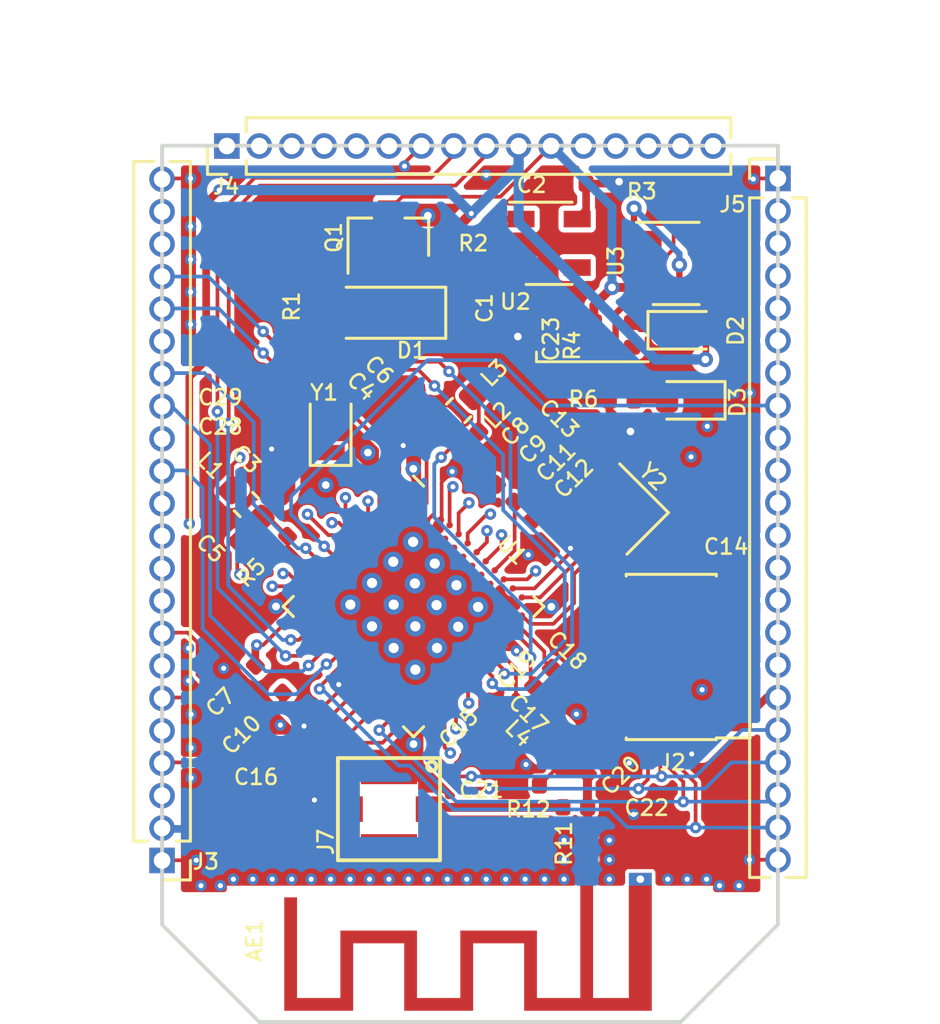
<source format=kicad_pcb>
(kicad_pcb (version 20171130) (host pcbnew 5.1.5-52549c5~84~ubuntu18.04.1)
  (layers (0 F.Cu signal) (1 In1.Cu signal) (2 In2.Cu power) (31 B.Cu signal) (34 B.Paste user) (35 F.Paste user) (36 B.SilkS user) (37 F.SilkS user) (38 B.Mask user) (39 F.Mask user) (44 Edge.Cuts user))
  (net 0 "")
  (net 1 "Net-(AE1-Pad1)")
  (net 2 GND)
  (net 3 VDD_nRF)
  (net 4 "Net-(C4-Pad1)")
  (net 5 "Net-(C5-Pad1)")
  (net 6 VBUS_nRF)
  (net 7 "Net-(C19-Pad1)")
  (net 8 "Net-(C11-Pad1)")
  (net 9 "Net-(C13-Pad2)")
  (net 10 "Net-(C14-Pad2)")
  (net 11 "Net-(C15-Pad1)")
  (net 12 "Net-(C17-Pad2)")
  (net 13 "Net-(C18-Pad1)")
  (net 14 "Net-(C20-Pad2)")
  (net 15 P0.09_NFC1)
  (net 16 P0.10_NFC2)
  (net 17 P1.18_RESET)
  (net 18 VDD_BAT)
  (net 19 P0.13)
  (net 20 P0.12)
  (net 21 P1.09)
  (net 22 P0.08)
  (net 23 P0.06)
  (net 24 P0.04_AIN2)
  (net 25 P0.26)
  (net 26 P0.15)
  (net 27 P0.20)
  (net 28 P0.22)
  (net 29 P0.24)
  (net 30 P1.02)
  (net 31 P1.04)
  (net 32 P1.06)
  (net 33 P1.10)
  (net 34 P1.13)
  (net 35 P1.15)
  (net 36 P0.02_AIN0)
  (net 37 P0.29_AIN5)
  (net 38 SWDIO)
  (net 39 SWDCLK)
  (net 40 P1.00_SWO)
  (net 41 "Net-(L1-Pad2)")
  (net 42 "Net-(L2-Pad2)")
  (net 43 "Net-(L3-Pad2)")
  (net 44 D-)
  (net 45 D+)
  (net 46 P0.31_AIN7)
  (net 47 "Net-(R2-Pad1)")
  (net 48 "Net-(D2-Pad1)")
  (net 49 "Net-(R3-Pad1)")
  (net 50 "Net-(J7-Pad1)")
  (net 51 "Net-(D3-Pad2)")
  (net 52 "Net-(J2-Pad7)")
  (net 53 "Net-(J2-Pad8)")
  (net 54 "Net-(C28-Pad1)")
  (net 55 "Net-(C29-Pad1)")
  (net 56 "Net-(U1-PadAC21)")
  (net 57 "Net-(U1-PadT2)")
  (net 58 "Net-(U1-PadP2)")
  (net 59 "Net-(U1-PadM2)")
  (net 60 "Net-(U1-PadK2)")
  (net 61 "Net-(U1-PadH2)")
  (net 62 "Net-(U1-PadAC19)")
  (net 63 "Net-(U1-PadAC17)")
  (net 64 "Net-(U1-PadAC15)")
  (net 65 "Net-(U1-PadAC11)")
  (net 66 "Net-(U1-PadAC9)")
  (net 67 "Net-(U1-PadB9)")
  (net 68 "Net-(U1-PadB11)")
  (net 69 "Net-(U1-PadB13)")
  (net 70 "Net-(U1-PadB15)")
  (net 71 "Net-(U1-PadB17)")
  (net 72 "Net-(U1-PadB19)")
  (net 73 "Net-(U1-PadP23)")
  (net 74 "Net-(U1-PadT23)")
  (net 75 "Net-(U1-PadV23)")
  (net 76 "Net-(U1-PadY23)")
  (net 77 "Net-(J3-Pad21)")
  (net 78 "Net-(J3-Pad17)")
  (net 79 "Net-(J3-Pad14)")
  (net 80 "Net-(J3-Pad12)")
  (net 81 "Net-(J3-Pad11)")
  (net 82 "Net-(J3-Pad10)")
  (net 83 "Net-(J3-Pad9)")
  (net 84 "Net-(J3-Pad7)")
  (net 85 "Net-(J3-Pad5)")
  (net 86 "Net-(J3-Pad3)")
  (net 87 "Net-(J4-Pad1)")
  (net 88 "Net-(J4-Pad3)")
  (net 89 "Net-(J4-Pad5)")
  (net 90 "Net-(J4-Pad13)")
  (net 91 "Net-(J4-Pad15)")
  (net 92 "Net-(J5-Pad3)")
  (net 93 "Net-(J5-Pad5)")
  (net 94 "Net-(J5-Pad6)")
  (net 95 "Net-(J5-Pad9)")
  (net 96 "Net-(J5-Pad10)")
  (net 97 "Net-(J5-Pad12)")
  (net 98 "Net-(J5-Pad14)")
  (net 99 "Net-(J5-Pad16)")
  (net 100 "Net-(R5-Pad1)")
  (net 101 "Net-(C1-Pad1)")
  (net 102 "Net-(R3-Pad2)")
  (net 103 "Net-(R4-Pad1)")
  (net 104 "Net-(U2-Pad4)")
  (module Diode_SMD:D_SOD-123 (layer F.Cu) (at 107.9246 59.8678 180)
    (fp_text reference D1 (at -0.9144 -1.4732) (layer F.SilkS) (effects (font (size 0.6 0.6) (thickness 0.1))))
    (fp_text value MBR120 hide)
    (pad 2 smd rect (at 1.65 0 180) (size 0.9 1.2) (layers F.Cu F.Paste F.Mask) (net 6 VBUS_nRF))
    (pad 1 smd rect (at -1.65 0 180) (size 0.9 1.2) (layers F.Cu F.Paste F.Mask) (net 101 "Net-(C1-Pad1)"))
  )
  (module LED_SMD:LED_0603_1608Metric (layer F.Cu) (at 119.5832 60.5536)
    (fp_text reference D2 (at 1.9558 0.0254 90) (layer F.SilkS) (effects (font (size 0.6 0.6) (thickness 0.1))))
    (fp_text value LED_ORG hide)
    (pad 2 smd roundrect (at 0.7875 0) (size 0.875 0.95) (layers F.Cu F.Paste F.Mask) (net 6 VBUS_nRF))
    (pad 1 smd roundrect (at -0.7875 0) (size 0.875 0.95) (layers F.Cu F.Paste F.Mask) (net 48 "Net-(D2-Pad1)"))
  )
  (module Capacitor_SMD:C_0402_1005Metric (layer F.Cu) (at 115.9764 60.706 270)
    (fp_text reference C23 (at 0.1905 1.6764 270) (layer F.SilkS) (effects (font (size 0.6 0.6) (thickness 0.1))))
    (fp_text value 10uF hide)
    (pad 2 smd roundrect (at 0.485 0 270) (size 0.59 0.64) (layers F.Cu F.Paste F.Mask) (net 2 GND))
    (pad 1 smd roundrect (at -0.485 0 270) (size 0.59 0.64) (layers F.Cu F.Paste F.Mask) (net 18 VDD_BAT))
  )
  (module Capacitor_SMD:C_0402_1005Metric (layer F.Cu) (at 110.7948 59.6646 270)
    (fp_text reference C1 (at 0.0254 -0.9017 90) (layer F.SilkS) (effects (font (size 0.6 0.6) (thickness 0.1))))
    (fp_text value 10uF hide)
    (pad 2 smd roundrect (at 0.485 0 270) (size 0.59 0.64) (layers F.Cu F.Paste F.Mask) (net 2 GND))
    (pad 1 smd roundrect (at -0.485 0 270) (size 0.59 0.64) (layers F.Cu F.Paste F.Mask) (net 101 "Net-(C1-Pad1)"))
  )
  (module Capacitor_SMD:C_0402_1005Metric (layer F.Cu) (at 115.189 54.8132 180)
    (fp_text reference C2 (at 1.651 -0.0508) (layer F.SilkS) (effects (font (size 0.6 0.6) (thickness 0.1))))
    (fp_text value 10uF hide)
    (pad 2 smd roundrect (at 0.485 0 180) (size 0.59 0.64) (layers F.Cu F.Paste F.Mask) (net 2 GND))
    (pad 1 smd roundrect (at -0.485 0 180) (size 0.59 0.64) (layers F.Cu F.Paste F.Mask) (net 3 VDD_nRF))
  )
  (module Package_TO_SOT_SMD:SOT-23 (layer F.Cu) (at 107.9246 56.9214 90)
    (fp_text reference Q1 (at 0 -2.1336 90) (layer F.SilkS) (effects (font (size 0.6 0.6) (thickness 0.1))))
    (fp_text value pmos hide)
    (pad 3 smd rect (at 1 0 90) (size 0.9 0.8) (layers F.Cu F.Paste F.Mask) (net 18 VDD_BAT))
    (pad 2 smd rect (at -1 0.95 90) (size 0.9 0.8) (layers F.Cu F.Paste F.Mask) (net 101 "Net-(C1-Pad1)"))
    (pad 1 smd rect (at -1 -0.95 90) (size 0.9 0.8) (layers F.Cu F.Paste F.Mask) (net 6 VBUS_nRF))
  )
  (module Resistor_SMD:R_0402_1005Metric (layer F.Cu) (at 119.253 55.5498)
    (fp_text reference R3 (at -1.397 -0.4318) (layer F.SilkS) (effects (font (size 0.6 0.6) (thickness 0.1))))
    (fp_text value 2k hide)
    (pad 2 smd roundrect (at 0.485 0) (size 0.59 0.64) (layers F.Cu F.Paste F.Mask) (net 102 "Net-(R3-Pad2)"))
    (pad 1 smd roundrect (at -0.485 0) (size 0.59 0.64) (layers F.Cu F.Paste F.Mask) (net 49 "Net-(R3-Pad1)"))
  )
  (module Resistor_SMD:R_0402_1005Metric (layer F.Cu) (at 117.475 60.7314 90)
    (fp_text reference R4 (at -0.4191 -2.3495 270) (layer F.SilkS) (effects (font (size 0.6 0.6) (thickness 0.1))))
    (fp_text value 1k hide)
    (pad 2 smd roundrect (at 0.485 0 90) (size 0.59 0.64) (layers F.Cu F.Paste F.Mask) (net 48 "Net-(D2-Pad1)"))
    (pad 1 smd roundrect (at -0.485 0 90) (size 0.59 0.64) (layers F.Cu F.Paste F.Mask) (net 103 "Net-(R4-Pad1)"))
  )
  (module Package_TO_SOT_SMD:SOT-23-5 (layer F.Cu) (at 114.2238 57.15)
    (fp_text reference U2 (at -1.3208 2.286) (layer F.SilkS) (effects (font (size 0.6 0.6) (thickness 0.1))))
    (fp_text value AP2112K-3.3 hide)
    (pad 5 smd rect (at 1.1 -0.95) (size 1.06 0.65) (layers F.Cu F.Paste F.Mask) (net 3 VDD_nRF))
    (pad 4 smd rect (at 1.1 0.95) (size 1.06 0.65) (layers F.Cu F.Paste F.Mask) (net 104 "Net-(U2-Pad4)"))
    (pad 3 smd rect (at -1.1 0.95) (size 1.06 0.65) (layers F.Cu F.Paste F.Mask) (net 47 "Net-(R2-Pad1)"))
    (pad 2 smd rect (at -1.1 0) (size 1.06 0.65) (layers F.Cu F.Paste F.Mask) (net 2 GND))
    (pad 1 smd rect (at -1.1 -0.95) (size 1.06 0.65) (layers F.Cu F.Paste F.Mask) (net 101 "Net-(C1-Pad1)"))
  )
  (module Package_TO_SOT_SMD:SOT-23-5 (layer F.Cu) (at 119.2022 57.9374)
    (fp_text reference U3 (at -2.3622 -0.0889 90) (layer F.SilkS) (effects (font (size 0.6 0.6) (thickness 0.1))))
    (fp_text value MCP73831-2-OT hide)
    (pad 5 smd rect (at 1.1 -0.95) (size 1.06 0.65) (layers F.Cu F.Paste F.Mask) (net 102 "Net-(R3-Pad2)"))
    (pad 4 smd rect (at 1.1 0.95) (size 1.06 0.65) (layers F.Cu F.Paste F.Mask) (net 6 VBUS_nRF))
    (pad 3 smd rect (at -1.1 0.95) (size 1.06 0.65) (layers F.Cu F.Paste F.Mask) (net 18 VDD_BAT))
    (pad 2 smd rect (at -1.1 0) (size 1.06 0.65) (layers F.Cu F.Paste F.Mask) (net 49 "Net-(R3-Pad1)"))
    (pad 1 smd rect (at -1.1 -0.95) (size 1.06 0.65) (layers F.Cu F.Paste F.Mask) (net 103 "Net-(R4-Pad1)"))
  )
  (module Resistor_SMD:R_0402_1005Metric (layer F.Cu) (at 105.0036 59.6392 270)
    (fp_text reference R1 (at -0.0127 0.8636 90) (layer F.SilkS) (effects (font (size 0.6 0.6) (thickness 0.1))))
    (fp_text value 100k hide)
    (pad 2 smd roundrect (at 0.485 0 270) (size 0.59 0.64) (layers F.Cu F.Paste F.Mask) (net 2 GND))
    (pad 1 smd roundrect (at -0.485 0 270) (size 0.59 0.64) (layers F.Cu F.Paste F.Mask) (net 6 VBUS_nRF))
  )
  (module Resistor_SMD:R_0402_1005Metric (layer F.Cu) (at 111.2774 58.1152 180)
    (fp_text reference R2 (at 0.0254 0.9652) (layer F.SilkS) (effects (font (size 0.6 0.6) (thickness 0.1))))
    (fp_text value 100k hide)
    (pad 2 smd roundrect (at 0.485 0 180) (size 0.59 0.64) (layers F.Cu F.Paste F.Mask) (net 101 "Net-(C1-Pad1)"))
    (pad 1 smd roundrect (at -0.485 0 180) (size 0.59 0.64) (layers F.Cu F.Paste F.Mask) (net 47 "Net-(R2-Pad1)"))
  )
  (module Connector_PinHeader_1.27mm:PinHeader_2x05_P1.27mm_Vertical_SMD (layer F.Cu) (at 119.0117 73.3425 180)
    (fp_text reference J2 (at -0.0508 -4.1275 180) (layer F.SilkS) (effects (font (size 0.6 0.6) (thickness 0.1))))
    (fp_text value Conn_ARM_JTAG_SWD_10 hide)
    (pad 10 smd rect (at 1.95 2.54 180) (size 2.4 0.74) (layers F.Cu F.Paste F.Mask) (net 17 P1.18_RESET))
    (pad 9 smd rect (at -1.95 2.54 180) (size 2.4 0.74) (layers F.Cu F.Paste F.Mask) (net 2 GND))
    (pad 8 smd rect (at 1.95 1.27 180) (size 2.4 0.74) (layers F.Cu F.Paste F.Mask) (net 53 "Net-(J2-Pad8)"))
    (pad 7 smd rect (at -1.95 1.27 180) (size 2.4 0.74) (layers F.Cu F.Paste F.Mask) (net 52 "Net-(J2-Pad7)"))
    (pad 6 smd rect (at 1.95 0 180) (size 2.4 0.74) (layers F.Cu F.Paste F.Mask) (net 40 P1.00_SWO))
    (pad 5 smd rect (at -1.95 0 180) (size 2.4 0.74) (layers F.Cu F.Paste F.Mask) (net 2 GND))
    (pad 4 smd rect (at 1.95 -1.27 180) (size 2.4 0.74) (layers F.Cu F.Paste F.Mask) (net 39 SWDCLK))
    (pad 3 smd rect (at -1.95 -1.27 180) (size 2.4 0.74) (layers F.Cu F.Paste F.Mask) (net 2 GND))
    (pad 2 smd rect (at 1.95 -2.54 180) (size 2.4 0.74) (layers F.Cu F.Paste F.Mask) (net 38 SWDIO))
    (pad 1 smd rect (at -1.95 -2.54 180) (size 2.4 0.74) (layers F.Cu F.Paste F.Mask) (net 3 VDD_nRF))
  )
  (module Package_DFN_QFN:Nordic_AQFN-73-1EP_7x7mm_P0.5mm (layer F.Cu) (at 108.912757 71.365261 315)
    (fp_text reference U1 (at 1.16636 -4.297091 315) (layer F.SilkS) (effects (font (size 0.6 0.6) (thickness 0.1))))
    (fp_text value nRF52840 hide)
    (pad AC24 smd circle (at 3.25 2.75 135) (size 0.25 0.25) (layers F.Cu F.Paste F.Mask) (net 38 SWDIO))
    (pad AA24 smd circle (at 3.25 2.25 135) (size 0.25 0.25) (layers F.Cu F.Paste F.Mask) (net 39 SWDCLK))
    (pad W24 smd circle (at 3.25 1.75 135) (size 0.25 0.25) (layers F.Cu F.Paste F.Mask) (net 30 P1.02))
    (pad U24 smd circle (at 3.25 1.25 135) (size 0.25 0.25) (layers F.Cu F.Paste F.Mask) (net 31 P1.04))
    (pad R24 smd circle (at 3.25 0.75 135) (size 0.25 0.25) (layers F.Cu F.Paste F.Mask) (net 32 P1.06))
    (pad N24 smd circle (at 3.25 0.25 135) (size 0.25 0.25) (layers F.Cu F.Paste F.Mask) (net 11 "Net-(C15-Pad1)"))
    (pad L24 smd circle (at 3.25 -0.25 135) (size 0.25 0.25) (layers F.Cu F.Paste F.Mask) (net 15 P0.09_NFC1))
    (pad J24 smd circle (at 3.25 -0.75 135) (size 0.25 0.25) (layers F.Cu F.Paste F.Mask) (net 16 P0.10_NFC2))
    (pad E24 smd circle (at 3.25 -1.75 135) (size 0.25 0.25) (layers F.Cu F.Paste F.Mask) (net 7 "Net-(C19-Pad1)"))
    (pad Y23 smd circle (at 2.75 2 135) (size 0.25 0.25) (layers F.Cu F.Paste F.Mask) (net 76 "Net-(U1-PadY23)"))
    (pad V23 smd circle (at 2.75 1.5 135) (size 0.25 0.25) (layers F.Cu F.Paste F.Mask) (net 75 "Net-(U1-PadV23)"))
    (pad T23 smd circle (at 2.75 1 135) (size 0.25 0.25) (layers F.Cu F.Paste F.Mask) (net 74 "Net-(U1-PadT23)"))
    (pad P23 smd circle (at 2.75 0.5 135) (size 0.25 0.25) (layers F.Cu F.Paste F.Mask) (net 73 "Net-(U1-PadP23)"))
    (pad H23 smd circle (at 2.75 -1 135) (size 0.25 0.25) (layers F.Cu F.Paste F.Mask) (net 12 "Net-(C17-Pad2)"))
    (pad F23 smd circle (at 2.75 -1.5 135) (size 0.25 0.25) (layers F.Cu F.Paste F.Mask) (net 2 GND))
    (pad A23 smd circle (at 2.75 -3.25 135) (size 0.25 0.25) (layers F.Cu F.Paste F.Mask) (net 9 "Net-(C13-Pad2)"))
    (pad A22 smd circle (at 2.25 -3.25 135) (size 0.25 0.25) (layers F.Cu F.Paste F.Mask) (net 3 VDD_nRF))
    (pad A20 smd circle (at 1.75 -3.25 135) (size 0.25 0.25) (layers F.Cu F.Paste F.Mask) (net 33 P1.10))
    (pad A18 smd circle (at 1.25 -3.25 135) (size 0.25 0.25) (layers F.Cu F.Paste F.Mask) (net 8 "Net-(C11-Pad1)"))
    (pad A16 smd circle (at 0.75 -3.25 135) (size 0.25 0.25) (layers F.Cu F.Paste F.Mask) (net 34 P1.13))
    (pad A14 smd circle (at 0.25 -3.25 135) (size 0.25 0.25) (layers F.Cu F.Paste F.Mask) (net 35 P1.15))
    (pad A12 smd circle (at -0.25 -3.25 135) (size 0.25 0.25) (layers F.Cu F.Paste F.Mask) (net 36 P0.02_AIN0))
    (pad A10 smd circle (at -0.75 -3.25 135) (size 0.25 0.25) (layers F.Cu F.Paste F.Mask) (net 37 P0.29_AIN5))
    (pad B19 smd circle (at 1.5 -2.75 135) (size 0.25 0.25) (layers F.Cu F.Paste F.Mask) (net 72 "Net-(U1-PadB19)"))
    (pad B17 smd circle (at 1 -2.75 135) (size 0.25 0.25) (layers F.Cu F.Paste F.Mask) (net 71 "Net-(U1-PadB17)"))
    (pad B15 smd circle (at 0.5 -2.75 135) (size 0.25 0.25) (layers F.Cu F.Paste F.Mask) (net 70 "Net-(U1-PadB15)"))
    (pad B13 smd circle (at 0 -2.75 135) (size 0.25 0.25) (layers F.Cu F.Paste F.Mask) (net 69 "Net-(U1-PadB13)"))
    (pad B11 smd circle (at -0.5 -2.75 135) (size 0.25 0.25) (layers F.Cu F.Paste F.Mask) (net 68 "Net-(U1-PadB11)"))
    (pad B9 smd circle (at -1 -2.75 135) (size 0.25 0.25) (layers F.Cu F.Paste F.Mask) (net 67 "Net-(U1-PadB9)"))
    (pad B7 smd circle (at -1.5 -2.75 135) (size 0.25 0.25) (layers F.Cu F.Paste F.Mask) (net 2 GND))
    (pad B5 smd circle (at -2 -2.75 135) (size 0.25 0.25) (layers F.Cu F.Paste F.Mask) (net 7 "Net-(C19-Pad1)"))
    (pad AC5 smd circle (at -2 2.75 135) (size 0.25 0.25) (layers F.Cu F.Paste F.Mask) (net 5 "Net-(C5-Pad1)"))
    (pad AC9 smd circle (at -1 2.75 135) (size 0.25 0.25) (layers F.Cu F.Paste F.Mask) (net 66 "Net-(U1-PadAC9)"))
    (pad AC11 smd circle (at -0.5 2.75 135) (size 0.25 0.25) (layers F.Cu F.Paste F.Mask) (net 65 "Net-(U1-PadAC11)"))
    (pad AC13 smd circle (at 0 2.75 135) (size 0.25 0.25) (layers F.Cu F.Paste F.Mask) (net 17 P1.18_RESET))
    (pad AC15 smd circle (at 0.5 2.75 135) (size 0.25 0.25) (layers F.Cu F.Paste F.Mask) (net 64 "Net-(U1-PadAC15)"))
    (pad AC17 smd circle (at 1 2.75 135) (size 0.25 0.25) (layers F.Cu F.Paste F.Mask) (net 63 "Net-(U1-PadAC17)"))
    (pad AC19 smd circle (at 1.5 2.75 135) (size 0.25 0.25) (layers F.Cu F.Paste F.Mask) (net 62 "Net-(U1-PadAC19)"))
    (pad AD22 smd circle (at 2.25 3.25 135) (size 0.25 0.25) (layers F.Cu F.Paste F.Mask) (net 40 P1.00_SWO))
    (pad AD20 smd circle (at 1.75 3.25 135) (size 0.25 0.25) (layers F.Cu F.Paste F.Mask) (net 29 P0.24))
    (pad AD18 smd circle (at 1.25 3.25 135) (size 0.25 0.25) (layers F.Cu F.Paste F.Mask) (net 28 P0.22))
    (pad AD16 smd circle (at 0.75 3.25 135) (size 0.25 0.25) (layers F.Cu F.Paste F.Mask) (net 27 P0.20))
    (pad AD14 smd circle (at 0.25 3.25 135) (size 0.25 0.25) (layers F.Cu F.Paste F.Mask) (net 3 VDD_nRF))
    (pad AD12 smd circle (at -0.25 3.25 135) (size 0.25 0.25) (layers F.Cu F.Paste F.Mask) (net 17 P1.18_RESET))
    (pad AD10 smd circle (at -0.75 3.25 135) (size 0.25 0.25) (layers F.Cu F.Paste F.Mask) (net 26 P0.15))
    (pad AD8 smd circle (at -1.25 3.25 135) (size 0.25 0.25) (layers F.Cu F.Paste F.Mask) (net 19 P0.13))
    (pad AD6 smd circle (at -1.75 3.25 135) (size 0.25 0.25) (layers F.Cu F.Paste F.Mask) (net 45 D+))
    (pad AD4 smd circle (at -2.25 3.25 135) (size 0.25 0.25) (layers F.Cu F.Paste F.Mask) (net 44 D-))
    (pad B1 smd circle (at -3.25 -2.75 135) (size 0.25 0.25) (layers F.Cu F.Paste F.Mask) (net 3 VDD_nRF))
    (pad D2 smd circle (at -2.75 -2 135) (size 0.25 0.25) (layers F.Cu F.Paste F.Mask) (net 55 "Net-(C29-Pad1)"))
    (pad C1 smd circle (at -3.25 -2.25 135) (size 0.25 0.25) (layers F.Cu F.Paste F.Mask) (net 4 "Net-(C4-Pad1)"))
    (pad F2 smd circle (at -2.75 -1.5 135) (size 0.25 0.25) (layers F.Cu F.Paste F.Mask) (net 54 "Net-(C28-Pad1)"))
    (pad H2 smd circle (at -2.75 -1 135) (size 0.25 0.25) (layers F.Cu F.Paste F.Mask) (net 61 "Net-(U1-PadH2)"))
    (pad K2 smd circle (at -2.75 -0.5 135) (size 0.25 0.25) (layers F.Cu F.Paste F.Mask) (net 60 "Net-(U1-PadK2)"))
    (pad M2 smd circle (at -2.75 0 135) (size 0.25 0.25) (layers F.Cu F.Paste F.Mask) (net 59 "Net-(U1-PadM2)"))
    (pad P2 smd circle (at -2.75 0.5 135) (size 0.25 0.25) (layers F.Cu F.Paste F.Mask) (net 58 "Net-(U1-PadP2)"))
    (pad T2 smd circle (at -2.75 1 135) (size 0.25 0.25) (layers F.Cu F.Paste F.Mask) (net 57 "Net-(U1-PadT2)"))
    (pad G1 smd circle (at -3.25 -1.25 135) (size 0.25 0.25) (layers F.Cu F.Paste F.Mask) (net 25 P0.26))
    (pad J1 smd circle (at -3.25 -0.75 135) (size 0.25 0.25) (layers F.Cu F.Paste F.Mask) (net 24 P0.04_AIN2))
    (pad L1 smd circle (at -3.25 -0.25 135) (size 0.25 0.25) (layers F.Cu F.Paste F.Mask) (net 23 P0.06))
    (pad N1 smd circle (at -3.25 0.25 135) (size 0.25 0.25) (layers F.Cu F.Paste F.Mask) (net 22 P0.08))
    (pad R1 smd circle (at -3.25 0.75 135) (size 0.25 0.25) (layers F.Cu F.Paste F.Mask) (net 21 P1.09))
    (pad U1 smd circle (at -3.25 1.25 135) (size 0.25 0.25) (layers F.Cu F.Paste F.Mask) (net 20 P0.12))
    (pad W1 smd circle (at -3.25 1.75 135) (size 0.25 0.25) (layers F.Cu F.Paste F.Mask) (net 3 VDD_nRF))
    (pad Y2 smd circle (at -2.75 2 135) (size 0.25 0.25) (layers F.Cu F.Paste F.Mask) (net 100 "Net-(R5-Pad1)"))
    (pad AB2 smd circle (at -2.75 2.5 135) (size 0.25 0.25) (layers F.Cu F.Paste F.Mask) (net 41 "Net-(L1-Pad2)"))
    (pad AD2 smd circle (at -2.75 3.25 135) (size 0.25 0.25) (layers F.Cu F.Paste F.Mask) (net 6 VBUS_nRF))
    (pad AD23 smd circle (at 2.75 3.25 135) (size 0.25 0.25) (layers F.Cu F.Paste F.Mask) (net 3 VDD_nRF))
    (pad AC21 smd circle (at 2 2.75 135) (size 0.25 0.25) (layers F.Cu F.Paste F.Mask) (net 56 "Net-(U1-PadAC21)"))
    (pad B3 smd circle (at -2.5 -2.75 135) (size 0.25 0.25) (layers F.Cu F.Paste F.Mask) (net 43 "Net-(L3-Pad2)"))
    (pad A8 smd circle (at -1.25 -3.25 135) (size 0.25 0.25) (layers F.Cu F.Paste F.Mask) (net 46 P0.31_AIN7))
    (pad D23 smd circle (at 2.75 -2 135) (size 0.25 0.25) (layers F.Cu F.Paste F.Mask) (net 13 "Net-(C18-Pad1)"))
    (pad B24 smd circle (at 3.25 -2.75 135) (size 0.25 0.25) (layers F.Cu F.Paste F.Mask) (net 10 "Net-(C14-Pad2)"))
    (pad EP smd rect (at 0 0 135) (size 4.85 4.85) (layers F.Cu F.Mask) (net 2 GND))
  )
  (module RF_Antenna:Texas_SWRA117D_2.4GHz_Right (layer F.Cu) (at 115.697 82.042 180)
    (fp_text reference AE1 (at 13.022 -2.413 270) (layer F.SilkS) (effects (font (size 0.6 0.6) (thickness 0.1))))
    (fp_text value TI_SWRA117D hide)
    (fp_poly (pts (xy 2.45 -2.51) (xy 4.45 -2.51) (xy 4.45 -5.15) (xy 7.15 -5.15) (xy 7.15 -2.51) (xy 9.15 -2.51) (xy 9.15 -5.15) (xy 11.85 -5.15) (xy 11.85 -0.71) (xy 11.35 -0.71) (xy 11.35 -4.65) (xy 9.65 -4.65) (xy 9.65 -2.01) (xy 6.65 -2.01) (xy 6.65 -4.65) (xy 4.95 -4.65) (xy 4.95 -2.01) (xy 1.95 -2.01) (xy 1.95 -4.65) (xy 0.25 -4.65) (xy 0.25 0.25) (xy -0.25 0.25) (xy -0.25 -4.65) (xy -1.65 -4.65) (xy -1.65 0.25) (xy -2.55 0.25) (xy -2.55 0.006785) (xy -2.247583 0.006785) (xy -2.237742 0.054395) (xy -2.213674 0.096797) (xy -2.175731 0.129581) (xy -2.167819 0.133935) (xy -2.125156 0.146043) (xy -2.076637 0.1453) (xy -2.031122 0.1324) (xy -2.012511 0.121787) (xy -1.978868 0.086553) (xy -1.958309 0.041368) (xy -1.951778 -0.008158) (xy -1.960218 -0.056417) (xy -1.977112 -0.088643) (xy -2.012372 -0.121313) (xy -2.057682 -0.141408) (xy -2.107267 -0.147982) (xy -2.155353 -0.140092) (xy -2.188245 -0.123186) (xy -2.223185 -0.086416) (xy -2.242847 -0.041622) (xy -2.247583 0.006785) (xy -2.55 0.006785) (xy -2.55 -5.15) (xy 2.45 -5.15) (xy 2.45 -2.51)) (layer F.Cu) (width 0))
    (pad 1 connect rect (at 0 0 180) (size 0.5 0.5) (layers F.Cu) (net 1 "Net-(AE1-Pad1)"))
    (pad 2 thru_hole rect (at -2.1 0 180) (size 0.9 0.5) (drill 0.3) (layers *.Cu) (net 2 GND))
  )
  (module Capacitor_SMD:C_0402_1005Metric (layer F.Cu) (at 103.490253 66.698064 135)
    (fp_text reference C3 (at 1.577426 -0.018165 135) (layer F.SilkS) (effects (font (size 0.6 0.6) (thickness 0.1))))
    (fp_text value 4.7uF hide)
    (pad 2 smd roundrect (at 0.485 0 135) (size 0.59 0.64) (layers F.Cu F.Paste F.Mask) (net 2 GND))
    (pad 1 smd roundrect (at -0.485 0 135) (size 0.59 0.64) (layers F.Cu F.Paste F.Mask) (net 3 VDD_nRF))
  )
  (module Capacitor_SMD:C_0402_1005Metric (layer F.Cu) (at 107.92 63.84 135)
    (fp_text reference C4 (at 1.52134 0.037123 135) (layer F.SilkS) (effects (font (size 0.6 0.6) (thickness 0.1))))
    (fp_text value 100nF hide)
    (pad 2 smd roundrect (at 0.485 0 135) (size 0.59 0.64) (layers F.Cu F.Paste F.Mask) (net 2 GND))
    (pad 1 smd roundrect (at -0.485 0 135) (size 0.59 0.64) (layers F.Cu F.Paste F.Mask) (net 4 "Net-(C4-Pad1)"))
  )
  (module Capacitor_SMD:C_0402_1005Metric (layer F.Cu) (at 101.6635 68.453 135)
    (fp_text reference C5 (at 0.044901 -0.942927 135) (layer F.SilkS) (effects (font (size 0.6 0.6) (thickness 0.1))))
    (fp_text value 4.7uF hide)
    (pad 2 smd roundrect (at 0.485 0 135) (size 0.59 0.64) (layers F.Cu F.Paste F.Mask) (net 2 GND))
    (pad 1 smd roundrect (at -0.485 0 135) (size 0.59 0.64) (layers F.Cu F.Paste F.Mask) (net 5 "Net-(C5-Pad1)"))
  )
  (module Capacitor_SMD:C_0402_1005Metric (layer F.Cu) (at 108.61 63.16 135)
    (fp_text reference C6 (at 1.48351 0.011314 135) (layer F.SilkS) (effects (font (size 0.6 0.6) (thickness 0.1))))
    (fp_text value 1uF hide)
    (pad 2 smd roundrect (at 0.485 0 135) (size 0.59 0.64) (layers F.Cu F.Paste F.Mask) (net 2 GND))
    (pad 1 smd roundrect (at -0.485 0 135) (size 0.59 0.64) (layers F.Cu F.Paste F.Mask) (net 3 VDD_nRF))
  )
  (module Capacitor_SMD:C_0402_1005Metric (layer F.Cu) (at 102.37202 74.016911 225)
    (fp_text reference C7 (at 1.505861 -0.05485 225) (layer F.SilkS) (effects (font (size 0.6 0.6) (thickness 0.1))))
    (fp_text value 4.7uF hide)
    (pad 2 smd roundrect (at 0.485 0 225) (size 0.59 0.64) (layers F.Cu F.Paste F.Mask) (net 2 GND))
    (pad 1 smd roundrect (at -0.485 0 225) (size 0.59 0.64) (layers F.Cu F.Paste F.Mask) (net 6 VBUS_nRF))
  )
  (module Capacitor_SMD:C_0402_1005Metric (layer F.Cu) (at 111.808 65.545 45)
    (fp_text reference C8 (at 1.501895 0.046669 45) (layer F.SilkS) (effects (font (size 0.6 0.6) (thickness 0.1))))
    (fp_text value 1uF hide)
    (pad 2 smd roundrect (at 0.485 0 45) (size 0.59 0.64) (layers F.Cu F.Paste F.Mask) (net 2 GND))
    (pad 1 smd roundrect (at -0.485 0 45) (size 0.59 0.64) (layers F.Cu F.Paste F.Mask) (net 7 "Net-(C19-Pad1)"))
  )
  (module Capacitor_SMD:C_0402_1005Metric (layer F.Cu) (at 112.508 66.245 45)
    (fp_text reference C9 (at 1.501895 0.044548 45) (layer F.SilkS) (effects (font (size 0.6 0.6) (thickness 0.1))))
    (fp_text value 47nF hide)
    (pad 2 smd roundrect (at 0.485 0 45) (size 0.59 0.64) (layers F.Cu F.Paste F.Mask) (net 2 GND))
    (pad 1 smd roundrect (at -0.485 0 45) (size 0.59 0.64) (layers F.Cu F.Paste F.Mask) (net 7 "Net-(C19-Pad1)"))
  )
  (module Capacitor_SMD:C_0402_1005Metric (layer F.Cu) (at 103.450357 75.095249 225)
    (fp_text reference C10 (at 1.820169 -0.011592 225) (layer F.SilkS) (effects (font (size 0.6 0.6) (thickness 0.1))))
    (fp_text value 100nF hide)
    (pad 2 smd roundrect (at 0.485 0 225) (size 0.59 0.64) (layers F.Cu F.Paste F.Mask) (net 2 GND))
    (pad 1 smd roundrect (at -0.485 0 225) (size 0.59 0.64) (layers F.Cu F.Paste F.Mask) (net 3 VDD_nRF))
  )
  (module Capacitor_SMD:C_0402_1005Metric (layer F.Cu) (at 113.218 66.935 45)
    (fp_text reference C11 (at 1.75716 0.042426 45) (layer F.SilkS) (effects (font (size 0.6 0.6) (thickness 0.1))))
    (fp_text value N.C. hide)
    (pad 2 smd roundrect (at 0.485 0 45) (size 0.59 0.64) (layers F.Cu F.Paste F.Mask) (net 2 GND))
    (pad 1 smd roundrect (at -0.485 0 45) (size 0.59 0.64) (layers F.Cu F.Paste F.Mask) (net 8 "Net-(C11-Pad1)"))
  )
  (module Capacitor_SMD:C_0402_1005Metric (layer F.Cu) (at 113.918 67.635 45)
    (fp_text reference C12 (at 1.802062 -0.004596 45) (layer F.SilkS) (effects (font (size 0.6 0.6) (thickness 0.1))))
    (fp_text value 100nF hide)
    (pad 2 smd roundrect (at 0.485 0 45) (size 0.59 0.64) (layers F.Cu F.Paste F.Mask) (net 2 GND))
    (pad 1 smd roundrect (at -0.485 0 45) (size 0.59 0.64) (layers F.Cu F.Paste F.Mask) (net 3 VDD_nRF))
  )
  (module Capacitor_SMD:C_0402_1005Metric (layer F.Cu) (at 116.0145 65.151 315)
    (fp_text reference C13 (at -1.796051 0.179605 315) (layer F.SilkS) (effects (font (size 0.6 0.6) (thickness 0.1))))
    (fp_text value 8pF hide)
    (pad 2 smd roundrect (at 0.485 0 315) (size 0.59 0.64) (layers F.Cu F.Paste F.Mask) (net 9 "Net-(C13-Pad2)"))
    (pad 1 smd roundrect (at -0.485 0 315) (size 0.59 0.64) (layers F.Cu F.Paste F.Mask) (net 2 GND))
  )
  (module Capacitor_SMD:C_0402_1005Metric (layer F.Cu) (at 119.3419 68.9991 180)
    (fp_text reference C14 (at -1.8161 -0.0254 180) (layer F.SilkS) (effects (font (size 0.6 0.6) (thickness 0.1))))
    (fp_text value 8pF hide)
    (pad 2 smd roundrect (at 0.485 0 180) (size 0.59 0.64) (layers F.Cu F.Paste F.Mask) (net 10 "Net-(C14-Pad2)"))
    (pad 1 smd roundrect (at -0.485 0 180) (size 0.59 0.64) (layers F.Cu F.Paste F.Mask) (net 2 GND))
  )
  (module Capacitor_SMD:C_0402_1005Metric (layer F.Cu) (at 111.6 77.12 315)
    (fp_text reference C15 (at -1.345624 -0.045255 45) (layer F.SilkS) (effects (font (size 0.6 0.6) (thickness 0.1))))
    (fp_text value 820pF hide)
    (pad 2 smd roundrect (at 0.485 0 315) (size 0.59 0.64) (layers F.Cu F.Paste F.Mask) (net 2 GND))
    (pad 1 smd roundrect (at -0.485 0 315) (size 0.59 0.64) (layers F.Cu F.Paste F.Mask) (net 11 "Net-(C15-Pad1)"))
  )
  (module Capacitor_SMD:C_0402_1005Metric (layer F.Cu) (at 104.55 78.075 180)
    (fp_text reference C16 (at 1.807 0.0335 180) (layer F.SilkS) (effects (font (size 0.6 0.6) (thickness 0.1))))
    (fp_text value 100nF hide)
    (pad 2 smd roundrect (at 0.485 0 180) (size 0.59 0.64) (layers F.Cu F.Paste F.Mask) (net 2 GND))
    (pad 1 smd roundrect (at -0.485 0 180) (size 0.59 0.64) (layers F.Cu F.Paste F.Mask) (net 3 VDD_nRF))
  )
  (module Capacitor_SMD:C_0402_1005Metric (layer F.Cu) (at 115 76.55 135)
    (fp_text reference C17 (at 1.820093 -0.427092 135) (layer F.SilkS) (effects (font (size 0.6 0.6) (thickness 0.1))))
    (fp_text value 1pF hide)
    (pad 2 smd roundrect (at 0.485 0 135) (size 0.59 0.64) (layers F.Cu F.Paste F.Mask) (net 12 "Net-(C17-Pad2)"))
    (pad 1 smd roundrect (at -0.485 0 135) (size 0.59 0.64) (layers F.Cu F.Paste F.Mask) (net 2 GND))
  )
  (module Capacitor_SMD:C_0402_1005Metric (layer F.Cu) (at 114.658 74.124 315)
    (fp_text reference C18 (at -0.53634 -0.928078 315) (layer F.SilkS) (effects (font (size 0.6 0.6) (thickness 0.1))))
    (fp_text value 100pF hide)
    (pad 2 smd roundrect (at 0.485 0 315) (size 0.59 0.64) (layers F.Cu F.Paste F.Mask) (net 2 GND))
    (pad 1 smd roundrect (at -0.485 0 315) (size 0.59 0.64) (layers F.Cu F.Paste F.Mask) (net 13 "Net-(C18-Pad1)"))
  )
  (module Capacitor_SMD:C_0402_1005Metric (layer F.Cu) (at 113.958 74.814 315)
    (fp_text reference C19 (at -1.382394 0.019799 45) (layer F.SilkS) (effects (font (size 0.6 0.6) (thickness 0.1))))
    (fp_text value N.C. hide)
    (pad 2 smd roundrect (at 0.485 0 315) (size 0.59 0.64) (layers F.Cu F.Paste F.Mask) (net 2 GND))
    (pad 1 smd roundrect (at -0.485 0 315) (size 0.59 0.64) (layers F.Cu F.Paste F.Mask) (net 7 "Net-(C19-Pad1)"))
  )
  (module Capacitor_SMD:C_0402_1005Metric (layer F.Cu) (at 116.07 77.56 225)
    (fp_text reference C20 (at -0.383605 -0.974747 225) (layer F.SilkS) (effects (font (size 0.6 0.6) (thickness 0.1))))
    (fp_text value 1pF hide)
    (pad 2 smd roundrect (at 0.485 0 225) (size 0.59 0.64) (layers F.Cu F.Paste F.Mask) (net 14 "Net-(C20-Pad2)"))
    (pad 1 smd roundrect (at -0.485 0 225) (size 0.59 0.64) (layers F.Cu F.Paste F.Mask) (net 2 GND))
  )
  (module Capacitor_SMD:C_0402_1005Metric (layer F.Cu) (at 113.36 78.37)
    (fp_text reference C21 (at -1.7905 0.1795) (layer F.SilkS) (effects (font (size 0.6 0.6) (thickness 0.1))))
    (fp_text value N.C. hide)
    (pad 2 smd roundrect (at 0.485 0) (size 0.59 0.64) (layers F.Cu F.Paste F.Mask) (net 14 "Net-(C20-Pad2)"))
    (pad 1 smd roundrect (at -0.485 0) (size 0.59 0.64) (layers F.Cu F.Paste F.Mask) (net 2 GND))
  )
  (module Capacitor_SMD:C_0402_1005Metric (layer F.Cu) (at 116.22 79.23)
    (fp_text reference C22 (at 1.8265 0.018) (layer F.SilkS) (effects (font (size 0.6 0.6) (thickness 0.1))))
    (fp_text value 1.2pF hide)
    (pad 2 smd roundrect (at 0.485 0) (size 0.59 0.64) (layers F.Cu F.Paste F.Mask) (net 2 GND))
    (pad 1 smd roundrect (at -0.485 0) (size 0.59 0.64) (layers F.Cu F.Paste F.Mask) (net 14 "Net-(C20-Pad2)"))
  )
  (module Inductor_SMD:L_0402_1005Metric (layer F.Cu) (at 111.128 64.865 45)
    (fp_text reference L2 (at 1.456994 0.065407 45) (layer F.SilkS) (effects (font (size 0.6 0.6) (thickness 0.1))))
    (fp_text value 15nH hide)
    (pad 2 smd roundrect (at 0.485 0 45) (size 0.59 0.64) (layers F.Cu F.Paste F.Mask) (net 42 "Net-(L2-Pad2)"))
    (pad 1 smd roundrect (at -0.485 0 45) (size 0.59 0.64) (layers F.Cu F.Paste F.Mask) (net 7 "Net-(C19-Pad1)"))
  )
  (module Inductor_SMD:L_0402_1005Metric (layer F.Cu) (at 114.268 77.264 135)
    (fp_text reference L4 (at 1.537957 -0.212839 135) (layer F.SilkS) (effects (font (size 0.6 0.6) (thickness 0.1))))
    (fp_text value 3.9nH hide)
    (pad 2 smd roundrect (at 0.485 0 135) (size 0.59 0.64) (layers F.Cu F.Paste F.Mask) (net 12 "Net-(C17-Pad2)"))
    (pad 1 smd roundrect (at -0.485 0 135) (size 0.59 0.64) (layers F.Cu F.Paste F.Mask) (net 14 "Net-(C20-Pad2)"))
  )
  (module Resistor_SMD:R_0402_1005Metric (layer F.Cu) (at 103.632 68.961 45)
    (fp_text reference R5 (at -1.526644 0 45) (layer F.SilkS) (effects (font (size 0.6 0.6) (thickness 0.1))))
    (fp_text value 0R hide)
    (pad 2 smd roundrect (at 0.485 0 45) (size 0.59 0.64) (layers F.Cu F.Paste F.Mask) (net 3 VDD_nRF))
    (pad 1 smd roundrect (at -0.485 0 45) (size 0.59 0.64) (layers F.Cu F.Paste F.Mask) (net 100 "Net-(R5-Pad1)"))
  )
  (module Connector_PinHeader_1.27mm:PinHeader_1x22_P1.27mm_Vertical (layer F.Cu) (at 99.06 81.31 180)
    (fp_text reference J3 (at -1.7145 -0.045 180) (layer F.SilkS) (effects (font (size 0.6 0.6) (thickness 0.1))))
    (fp_text value Conn_01x22 hide)
    (pad 22 thru_hole oval (at 0 26.67 180) (size 1 1) (drill 0.65) (layers *.Cu *.Mask) (net 2 GND))
    (pad 21 thru_hole oval (at 0 25.4 180) (size 1 1) (drill 0.65) (layers *.Cu *.Mask) (net 77 "Net-(J3-Pad21)"))
    (pad 20 thru_hole oval (at 0 24.13 180) (size 1 1) (drill 0.65) (layers *.Cu *.Mask) (net 22 P0.08))
    (pad 19 thru_hole oval (at 0 22.86 180) (size 1 1) (drill 0.65) (layers *.Cu *.Mask) (net 15 P0.09_NFC1))
    (pad 18 thru_hole oval (at 0 21.59 180) (size 1 1) (drill 0.65) (layers *.Cu *.Mask) (net 16 P0.10_NFC2))
    (pad 17 thru_hole oval (at 0 20.32 180) (size 1 1) (drill 0.65) (layers *.Cu *.Mask) (net 78 "Net-(J3-Pad17)"))
    (pad 16 thru_hole oval (at 0 19.05 180) (size 1 1) (drill 0.65) (layers *.Cu *.Mask) (net 20 P0.12))
    (pad 15 thru_hole oval (at 0 17.78 180) (size 1 1) (drill 0.65) (layers *.Cu *.Mask) (net 19 P0.13))
    (pad 14 thru_hole oval (at 0 16.51 180) (size 1 1) (drill 0.65) (layers *.Cu *.Mask) (net 79 "Net-(J3-Pad14)"))
    (pad 13 thru_hole oval (at 0 15.24 180) (size 1 1) (drill 0.65) (layers *.Cu *.Mask) (net 26 P0.15))
    (pad 12 thru_hole oval (at 0 13.97 180) (size 1 1) (drill 0.65) (layers *.Cu *.Mask) (net 80 "Net-(J3-Pad12)"))
    (pad 11 thru_hole oval (at 0 12.7 180) (size 1 1) (drill 0.65) (layers *.Cu *.Mask) (net 81 "Net-(J3-Pad11)"))
    (pad 10 thru_hole oval (at 0 11.43 180) (size 1 1) (drill 0.65) (layers *.Cu *.Mask) (net 82 "Net-(J3-Pad10)"))
    (pad 9 thru_hole oval (at 0 10.16 180) (size 1 1) (drill 0.65) (layers *.Cu *.Mask) (net 83 "Net-(J3-Pad9)"))
    (pad 8 thru_hole oval (at 0 8.89 180) (size 1 1) (drill 0.65) (layers *.Cu *.Mask) (net 27 P0.20))
    (pad 7 thru_hole oval (at 0 7.62 180) (size 1 1) (drill 0.65) (layers *.Cu *.Mask) (net 84 "Net-(J3-Pad7)"))
    (pad 6 thru_hole oval (at 0 6.35 180) (size 1 1) (drill 0.65) (layers *.Cu *.Mask) (net 28 P0.22))
    (pad 5 thru_hole oval (at 0 5.08 180) (size 1 1) (drill 0.65) (layers *.Cu *.Mask) (net 85 "Net-(J3-Pad5)"))
    (pad 4 thru_hole oval (at 0 3.81 180) (size 1 1) (drill 0.65) (layers *.Cu *.Mask) (net 29 P0.24))
    (pad 3 thru_hole oval (at 0 2.54 180) (size 1 1) (drill 0.65) (layers *.Cu *.Mask) (net 86 "Net-(J3-Pad3)"))
    (pad 2 thru_hole oval (at 0 1.27 180) (size 1 1) (drill 0.65) (layers *.Cu *.Mask) (net 3 VDD_nRF))
    (pad 1 thru_hole rect (at 0 0 180) (size 1 1) (drill 0.65) (layers *.Cu *.Mask) (net 2 GND))
  )
  (module Connector_PinHeader_1.27mm:PinHeader_1x16_P1.27mm_Vertical (layer F.Cu) (at 101.6 53.34 90)
    (fp_text reference J4 (at -1.585 -0.025 180) (layer F.SilkS) (effects (font (size 0.6 0.6) (thickness 0.1))))
    (fp_text value Conn_01x16 hide)
    (pad 16 thru_hole oval (at 0 19.05 90) (size 1 1) (drill 0.65) (layers *.Cu *.Mask) (net 36 P0.02_AIN0))
    (pad 15 thru_hole oval (at 0 17.78 90) (size 1 1) (drill 0.65) (layers *.Cu *.Mask) (net 91 "Net-(J4-Pad15)"))
    (pad 14 thru_hole oval (at 0 16.51 90) (size 1 1) (drill 0.65) (layers *.Cu *.Mask) (net 37 P0.29_AIN5))
    (pad 13 thru_hole oval (at 0 15.24 90) (size 1 1) (drill 0.65) (layers *.Cu *.Mask) (net 90 "Net-(J4-Pad13)"))
    (pad 12 thru_hole oval (at 0 13.97 90) (size 1 1) (drill 0.65) (layers *.Cu *.Mask) (net 46 P0.31_AIN7))
    (pad 11 thru_hole oval (at 0 12.7 90) (size 1 1) (drill 0.65) (layers *.Cu *.Mask) (net 18 VDD_BAT))
    (pad 10 thru_hole oval (at 0 11.43 90) (size 1 1) (drill 0.65) (layers *.Cu *.Mask) (net 6 VBUS_nRF))
    (pad 9 thru_hole oval (at 0 10.16 90) (size 1 1) (drill 0.65) (layers *.Cu *.Mask) (net 44 D-))
    (pad 8 thru_hole oval (at 0 8.89 90) (size 1 1) (drill 0.65) (layers *.Cu *.Mask) (net 45 D+))
    (pad 7 thru_hole oval (at 0 7.62 90) (size 1 1) (drill 0.65) (layers *.Cu *.Mask) (net 2 GND))
    (pad 6 thru_hole oval (at 0 6.35 90) (size 1 1) (drill 0.65) (layers *.Cu *.Mask) (net 25 P0.26))
    (pad 5 thru_hole oval (at 0 5.08 90) (size 1 1) (drill 0.65) (layers *.Cu *.Mask) (net 89 "Net-(J4-Pad5)"))
    (pad 4 thru_hole oval (at 0 3.81 90) (size 1 1) (drill 0.65) (layers *.Cu *.Mask) (net 24 P0.04_AIN2))
    (pad 3 thru_hole oval (at 0 2.54 90) (size 1 1) (drill 0.65) (layers *.Cu *.Mask) (net 88 "Net-(J4-Pad3)"))
    (pad 2 thru_hole oval (at 0 1.27 90) (size 1 1) (drill 0.65) (layers *.Cu *.Mask) (net 23 P0.06))
    (pad 1 thru_hole rect (at 0 0 90) (size 1 1) (drill 0.65) (layers *.Cu *.Mask) (net 87 "Net-(J4-Pad1)"))
  )
  (module Connector_PinHeader_1.27mm:PinHeader_1x22_P1.27mm_Vertical (layer F.Cu) (at 123.19 54.61)
    (fp_text reference J5 (at -1.778 1.016) (layer F.SilkS) (effects (font (size 0.6 0.6) (thickness 0.1))))
    (fp_text value Conn_01x22 hide)
    (pad 22 thru_hole oval (at 0 26.67) (size 1 1) (drill 0.65) (layers *.Cu *.Mask) (net 2 GND))
    (pad 21 thru_hole oval (at 0 25.4) (size 1 1) (drill 0.65) (layers *.Cu *.Mask) (net 17 P1.18_RESET))
    (pad 20 thru_hole oval (at 0 24.13) (size 1 1) (drill 0.65) (layers *.Cu *.Mask) (net 40 P1.00_SWO))
    (pad 19 thru_hole oval (at 0 22.86) (size 1 1) (drill 0.65) (layers *.Cu *.Mask) (net 38 SWDIO))
    (pad 18 thru_hole oval (at 0 21.59) (size 1 1) (drill 0.65) (layers *.Cu *.Mask) (net 39 SWDCLK))
    (pad 17 thru_hole oval (at 0 20.32) (size 1 1) (drill 0.65) (layers *.Cu *.Mask) (net 3 VDD_nRF))
    (pad 16 thru_hole oval (at 0 19.05) (size 1 1) (drill 0.65) (layers *.Cu *.Mask) (net 99 "Net-(J5-Pad16)"))
    (pad 15 thru_hole oval (at 0 17.78) (size 1 1) (drill 0.65) (layers *.Cu *.Mask) (net 30 P1.02))
    (pad 14 thru_hole oval (at 0 16.51) (size 1 1) (drill 0.65) (layers *.Cu *.Mask) (net 98 "Net-(J5-Pad14)"))
    (pad 13 thru_hole oval (at 0 15.24) (size 1 1) (drill 0.65) (layers *.Cu *.Mask) (net 31 P1.04))
    (pad 12 thru_hole oval (at 0 13.97) (size 1 1) (drill 0.65) (layers *.Cu *.Mask) (net 97 "Net-(J5-Pad12)"))
    (pad 11 thru_hole oval (at 0 12.7) (size 1 1) (drill 0.65) (layers *.Cu *.Mask) (net 32 P1.06))
    (pad 10 thru_hole oval (at 0 11.43) (size 1 1) (drill 0.65) (layers *.Cu *.Mask) (net 96 "Net-(J5-Pad10)"))
    (pad 9 thru_hole oval (at 0 10.16) (size 1 1) (drill 0.65) (layers *.Cu *.Mask) (net 95 "Net-(J5-Pad9)"))
    (pad 8 thru_hole oval (at 0 8.89) (size 1 1) (drill 0.65) (layers *.Cu *.Mask) (net 21 P1.09))
    (pad 7 thru_hole oval (at 0 7.62) (size 1 1) (drill 0.65) (layers *.Cu *.Mask) (net 33 P1.10))
    (pad 6 thru_hole oval (at 0 6.35) (size 1 1) (drill 0.65) (layers *.Cu *.Mask) (net 94 "Net-(J5-Pad6)"))
    (pad 5 thru_hole oval (at 0 5.08) (size 1 1) (drill 0.65) (layers *.Cu *.Mask) (net 93 "Net-(J5-Pad5)"))
    (pad 4 thru_hole oval (at 0 3.81) (size 1 1) (drill 0.65) (layers *.Cu *.Mask) (net 34 P1.13))
    (pad 3 thru_hole oval (at 0 2.54) (size 1 1) (drill 0.65) (layers *.Cu *.Mask) (net 92 "Net-(J5-Pad3)"))
    (pad 2 thru_hole oval (at 0 1.27) (size 1 1) (drill 0.65) (layers *.Cu *.Mask) (net 35 P1.15))
    (pad 1 thru_hole rect (at 0 0) (size 1 1) (drill 0.65) (layers *.Cu *.Mask) (net 2 GND))
  )
  (module Resistor_SMD:R_0402_1005Metric (layer F.Cu) (at 115.73 80.69 90)
    (fp_text reference R11 (at 0.045 -0.922 90) (layer F.SilkS) (effects (font (size 0.6 0.6) (thickness 0.1))))
    (fp_text value 0R hide)
    (pad 2 smd roundrect (at 0.485 0 90) (size 0.59 0.64) (layers F.Cu F.Paste F.Mask) (net 14 "Net-(C20-Pad2)"))
    (pad 1 smd roundrect (at -0.485 0 90) (size 0.59 0.64) (layers F.Cu F.Paste F.Mask) (net 1 "Net-(AE1-Pad1)"))
  )
  (module Resistor_SMD:R_0402_1005Metric (layer F.Cu) (at 115.25 79.23)
    (fp_text reference R12 (at -1.839 0.0815) (layer F.SilkS) (effects (font (size 0.6 0.6) (thickness 0.1))))
    (fp_text value 0R hide)
    (pad 2 smd roundrect (at 0.485 0) (size 0.59 0.64) (layers F.Cu F.Paste F.Mask) (net 14 "Net-(C20-Pad2)"))
    (pad 1 smd roundrect (at -0.485 0) (size 0.59 0.64) (layers F.Cu F.Paste F.Mask) (net 50 "Net-(J7-Pad1)"))
  )
  (module custom_footprints:CON_AMP_A-1JB (layer F.Cu) (at 107.95 79.3 90)
    (fp_text reference J7 (at -1.2815 -2.4765 90) (layer F.SilkS) (effects (font (size 0.6 0.6) (thickness 0.1))))
    (fp_text value U.FL_A-1JB hide)
    (pad 1 smd rect (at 0 1.55 90) (size 1 1) (layers F.Cu F.Paste F.Mask) (net 50 "Net-(J7-Pad1)") (clearance 0.12))
    (pad 2 smd rect (at -1.5025 0 90) (size 1.05 2.2) (layers F.Cu F.Paste F.Mask) (net 2 GND))
    (pad 2 smd rect (at 1.5025 0 90) (size 1.05 2.2) (layers F.Cu F.Paste F.Mask) (net 2 GND))
    (pad 2 smd rect (at 0 -1.55 90) (size 1 1.05) (layers F.Cu F.Paste F.Mask) (net 2 GND))
  )
  (module Capacitor_SMD:C_0402_1005Metric (layer F.Cu) (at 103.124 64.389 180)
    (fp_text reference C28 (at 1.778 0.0635) (layer F.SilkS) (effects (font (size 0.6 0.6) (thickness 0.1))))
    (fp_text value 7pF hide)
    (pad 2 smd roundrect (at 0.485 0 180) (size 0.59 0.64) (layers F.Cu F.Paste F.Mask) (net 2 GND))
    (pad 1 smd roundrect (at -0.485 0 180) (size 0.59 0.64) (layers F.Cu F.Paste F.Mask) (net 54 "Net-(C28-Pad1)"))
  )
  (module Capacitor_SMD:C_0402_1005Metric (layer F.Cu) (at 103.124 63.119 180)
    (fp_text reference C29 (at 1.778 -0.0635) (layer F.SilkS) (effects (font (size 0.6 0.6) (thickness 0.1))))
    (fp_text value 7pF hide)
    (pad 2 smd roundrect (at 0.485 0 180) (size 0.59 0.64) (layers F.Cu F.Paste F.Mask) (net 2 GND))
    (pad 1 smd roundrect (at -0.485 0 180) (size 0.59 0.64) (layers F.Cu F.Paste F.Mask) (net 55 "Net-(C29-Pad1)"))
  )
  (module LED_SMD:LED_0603_1608Metric (layer F.Cu) (at 119.634 63.2968 180)
    (fp_text reference D3 (at -1.9685 -0.0762 90) (layer F.SilkS) (effects (font (size 0.6 0.6) (thickness 0.1))))
    (fp_text value LED_RED hide)
    (pad 2 smd roundrect (at 0.7875 0 180) (size 0.875 0.95) (layers F.Cu F.Paste F.Mask) (net 51 "Net-(D3-Pad2)"))
    (pad 1 smd roundrect (at -0.7875 0 180) (size 0.875 0.95) (layers F.Cu F.Paste F.Mask) (net 2 GND))
  )
  (module Resistor_SMD:R_0402_1005Metric (layer F.Cu) (at 117.0686 63.2968)
    (fp_text reference R6 (at -1.4986 -0.0508) (layer F.SilkS) (effects (font (size 0.6 0.6) (thickness 0.1))))
    (fp_text value 68R hide)
    (pad 2 smd roundrect (at 0.485 0) (size 0.59 0.64) (layers F.Cu F.Paste F.Mask) (net 51 "Net-(D3-Pad2)"))
    (pad 1 smd roundrect (at -0.485 0) (size 0.59 0.64) (layers F.Cu F.Paste F.Mask) (net 3 VDD_nRF))
  )
  (module Inductor_SMD:L_0603_1608Metric (layer F.Cu) (at 102.362 67.3735 135)
    (fp_text reference L1 (at 2.065459 0.089803 135) (layer F.SilkS) (effects (font (size 0.6 0.6) (thickness 0.1))))
    (fp_text value 10uH hide)
    (pad 2 smd roundrect (at 0.7875 0 135) (size 0.875 0.95) (layers F.Cu F.Paste F.Mask) (net 41 "Net-(L1-Pad2)"))
    (pad 1 smd roundrect (at -0.7875 0 135) (size 0.875 0.95) (layers F.Cu F.Paste F.Mask) (net 3 VDD_nRF))
  )
  (module Inductor_SMD:L_0603_1608Metric (layer F.Cu) (at 110.6805 63.6905 225)
    (fp_text reference L3 (at -2.020558 0.044901 45) (layer F.SilkS) (effects (font (size 0.6 0.6) (thickness 0.1))))
    (fp_text value 10uH hide)
    (pad 2 smd roundrect (at 0.7875 0 225) (size 0.875 0.95) (layers F.Cu F.Paste F.Mask) (net 43 "Net-(L3-Pad2)"))
    (pad 1 smd roundrect (at -0.7875 0 225) (size 0.875 0.95) (layers F.Cu F.Paste F.Mask) (net 42 "Net-(L2-Pad2)"))
  )
  (module custom_footprints:Crystal_SMD_2016-4Pin_2.0x1.6mm (layer F.Cu) (at 117.1321 67.5513 135)
    (fp_text reference Y2 (at 0.062862 1.715229 135) (layer F.SilkS) (effects (font (size 0.6 0.6) (thickness 0.1))))
    (fp_text value "32MHz " hide)
    (pad 4 smd rect (at -0.7 -0.55 135) (size 0.9 0.8) (layers F.Cu F.Paste F.Mask) (net 2 GND))
    (pad 3 smd rect (at 0.7 -0.55 135) (size 0.9 0.8) (layers F.Cu F.Paste F.Mask) (net 9 "Net-(C13-Pad2)"))
    (pad 2 smd rect (at 0.7 0.55 135) (size 0.9 0.8) (layers F.Cu F.Paste F.Mask) (net 2 GND))
    (pad 1 smd rect (at -0.7 0.55 135) (size 0.9 0.8) (layers F.Cu F.Paste F.Mask) (net 10 "Net-(C14-Pad2)"))
  )
  (module custom_footprints:Crystal_SMD_2012-2Pin_2.0x1.2mm (layer F.Cu) (at 105.664 64.643 90)
    (fp_text reference Y1 (at 1.651 -0.254 180) (layer F.SilkS) (effects (font (size 0.6 0.6) (thickness 0.1))))
    (fp_text value 32.768kHz hide)
    (pad 1 smd rect (at -0.7 0 90) (size 0.6 1.1) (layers F.Cu F.Paste F.Mask) (net 54 "Net-(C28-Pad1)"))
    (pad 2 smd rect (at 0.7 0 90) (size 0.6 1.1) (layers F.Cu F.Paste F.Mask) (net 55 "Net-(C29-Pad1)"))
  )
  (gr_line (start 100.457 53.3273) (end 99.06 53.3273) (layer Edge.Cuts) (width 0.15))
  (gr_line (start 99.06 82.4865) (end 99.06 53.3273) (layer Edge.Cuts) (width 0.15))
  (gr_line (start 99.06 82.4865) (end 99.06 83.82) (layer Edge.Cuts) (width 0.15))
  (gr_line (start 113.7285 61.7855) (end 113.7285 61.4045) (layer F.SilkS) (width 0.11))
  (gr_line (start 114.046 61.7855) (end 113.7285 61.7855) (layer F.SilkS) (width 0.11))
  (gr_line (start 114.046 61.7855) (end 118.11 61.7855) (layer F.SilkS) (width 0.11))
  (gr_line (start 121.793 53.3273) (end 123.19 53.3273) (layer Edge.Cuts) (width 0.15))
  (gr_line (start 123.19 82.4865) (end 123.19 83.82) (layer Edge.Cuts) (width 0.15))
  (gr_line (start 121.793 53.3273) (end 100.457 53.3273) (layer Edge.Cuts) (width 0.15))
  (gr_line (start 123.19 82.4865) (end 123.19 53.3273) (layer Edge.Cuts) (width 0.15))
  (gr_line (start 123.19 83.82) (end 119.38 87.63) (layer Edge.Cuts) (width 0.15))
  (gr_line (start 99.06 83.82) (end 102.87 87.63) (layer Edge.Cuts) (width 0.15))
  (gr_line (start 102.87 87.63) (end 119.38 87.63) (layer Edge.Cuts) (width 0.15))
  (segment (start 115.73 82.009) (end 115.697 82.042) (width 0.35) (layer F.Cu) (net 1))
  (segment (start 115.73 81.175) (end 115.73 82.009) (width 0.35) (layer F.Cu) (net 1))
  (via (at 120.2182 74.6252) (size 0.45) (drill 0.2) (layers F.Cu B.Cu) (net 2))
  (via (at 108.89508 68.837354) (size 0.8) (drill 0.4) (layers F.Cu B.Cu) (net 2))
  (via (at 108.13494 71.29455) (size 0.8) (drill 0.4) (layers F.Cu B.Cu) (net 2))
  (via (at 108.983468 72.143078) (size 0.8) (drill 0.4) (layers F.Cu B.Cu) (net 2))
  (via (at 108.96579 70.4637) (size 0.8) (drill 0.4) (layers F.Cu B.Cu) (net 2))
  (via (at 109.814318 71.312228) (size 0.8) (drill 0.4) (layers F.Cu B.Cu) (net 2))
  (via (at 110.662847 72.160756) (size 0.8) (drill 0.4) (layers F.Cu B.Cu) (net 2))
  (via (at 109.831996 72.991606) (size 0.8) (drill 0.4) (layers F.Cu B.Cu) (net 2))
  (via (at 108.983468 73.840134) (size 0.8) (drill 0.4) (layers F.Cu B.Cu) (net 2))
  (via (at 108.13494 72.991606) (size 0.8) (drill 0.4) (layers F.Cu B.Cu) (net 2))
  (via (at 107.286412 72.143078) (size 0.8) (drill 0.4) (layers F.Cu B.Cu) (net 2))
  (via (at 106.437884 71.29455) (size 0.8) (drill 0.4) (layers F.Cu B.Cu) (net 2))
  (via (at 107.286412 70.446022) (size 0.8) (drill 0.4) (layers F.Cu B.Cu) (net 2))
  (via (at 108.117262 69.615171) (size 0.8) (drill 0.4) (layers F.Cu B.Cu) (net 2))
  (via (at 111.440664 71.382938) (size 0.8) (drill 0.4) (layers F.Cu B.Cu) (net 2))
  (via (at 110.592136 70.53441) (size 0.8) (drill 0.4) (layers F.Cu B.Cu) (net 2))
  (via (at 109.743608 69.685882) (size 0.8) (drill 0.4) (layers F.Cu B.Cu) (net 2))
  (via (at 103.524604 71.365261) (size 0.61) (drill 0.305) (layers F.Cu B.Cu) (net 2))
  (segment (start 111.917961 72.37996) (end 112.577338 73.039337) (width 0.145) (layer F.Cu) (net 2))
  (segment (start 111.917961 72.249144) (end 111.917961 72.37996) (width 0.145) (layer F.Cu) (net 2))
  (via (at 112.95 73.1) (size 0.45) (drill 0.2) (layers F.Cu B.Cu) (net 2))
  (segment (start 112.577338 73.039337) (end 112.889337 73.039337) (width 0.145) (layer F.Cu) (net 2))
  (segment (start 112.889337 73.039337) (end 112.95 73.1) (width 0.145) (layer F.Cu) (net 2))
  (via (at 108.90249 65.977107) (size 0.61) (drill 0.305) (layers F.Cu B.Cu) (net 2))
  (segment (start 110.013588 66.497035) (end 110.202496 66.308127) (width 0.145) (layer F.Cu) (net 2))
  (via (at 110.427495 66.083128) (size 0.45) (drill 0.2) (layers F.Cu B.Cu) (net 2))
  (segment (start 110.202496 66.308127) (end 110.427495 66.083128) (width 0.145) (layer F.Cu) (net 2))
  (segment (start 109.796641 68.147924) (end 110.013588 67.930977) (width 0.145) (layer F.Cu) (net 2))
  (segment (start 110.013588 67.930977) (end 110.013588 66.497035) (width 0.145) (layer F.Cu) (net 2))
  (segment (start 109.796641 68.360057) (end 109.796641 68.147924) (width 0.145) (layer F.Cu) (net 2))
  (via (at 108.912483 76.753414) (size 0.61) (drill 0.305) (layers F.Cu B.Cu) (net 2))
  (via (at 114.310844 71.378198) (size 0.61) (drill 0.305) (layers F.Cu B.Cu) (net 2))
  (via (at 113.31956 77.55128) (size 0.45) (drill 0.2) (layers F.Cu B.Cu) (net 2))
  (segment (start 112.875 78.37) (end 112.875 77.99584) (width 0.145) (layer F.Cu) (net 2))
  (segment (start 112.875 77.99584) (end 113.31956 77.55128) (width 0.145) (layer F.Cu) (net 2))
  (via (at 115.29568 75.58024) (size 0.45) (drill 0.2) (layers F.Cu B.Cu) (net 2))
  (segment (start 115.342947 76.892947) (end 115.342947 75.627507) (width 0.145) (layer F.Cu) (net 2))
  (segment (start 115.342947 75.627507) (end 115.29568 75.58024) (width 0.145) (layer F.Cu) (net 2))
  (segment (start 116.412947 77.217053) (end 117.089973 77.217053) (width 0.145) (layer F.Cu) (net 2))
  (via (at 117.36324 77.49032) (size 0.45) (drill 0.2) (layers F.Cu B.Cu) (net 2))
  (segment (start 117.089973 77.217053) (end 117.36324 77.49032) (width 0.145) (layer F.Cu) (net 2))
  (via (at 117.53596 79.50708) (size 0.45) (drill 0.2) (layers F.Cu B.Cu) (net 2))
  (segment (start 116.705 79.23) (end 117.25888 79.23) (width 0.145) (layer F.Cu) (net 2))
  (segment (start 117.25888 79.23) (end 117.53596 79.50708) (width 0.145) (layer F.Cu) (net 2))
  (via (at 100.1776 60.325) (size 0.45) (drill 0.2) (layers F.Cu B.Cu) (net 2))
  (via (at 100.1776 59.055) (size 0.45) (drill 0.2) (layers F.Cu B.Cu) (net 2))
  (via (at 100.1776 57.785) (size 0.45) (drill 0.2) (layers F.Cu B.Cu) (net 2))
  (via (at 100.1776 56.4896) (size 0.45) (drill 0.2) (layers F.Cu B.Cu) (net 2))
  (via (at 119.7864 65.5066) (size 0.45) (drill 0.2) (layers F.Cu B.Cu) (net 2))
  (via (at 100.1 72.9996) (size 0.45) (drill 0.2) (layers F.Cu B.Cu) (net 2))
  (via (at 100.1 74.2696) (size 0.45) (drill 0.2) (layers F.Cu B.Cu) (net 2))
  (via (at 100.2 75.5904) (size 0.45) (drill 0.2) (layers F.Cu B.Cu) (net 2))
  (via (at 100.2 76.9) (size 0.45) (drill 0.2) (layers F.Cu B.Cu) (net 2))
  (via (at 100.2 78.0796) (size 0.45) (drill 0.2) (layers F.Cu B.Cu) (net 2))
  (via (at 100.1776 54.61) (size 0.45) (drill 0.2) (layers F.Cu B.Cu) (net 2))
  (via (at 122.2248 54.6354) (size 0.45) (drill 0.2) (layers F.Cu B.Cu) (net 2))
  (via (at 122.0724 81.28) (size 0.45) (drill 0.2) (layers F.Cu B.Cu) (net 2))
  (segment (start 122.390598 81.28) (end 122.84249 81.28) (width 0.145) (layer F.Cu) (net 2))
  (segment (start 122.0724 81.28) (end 122.390598 81.28) (width 0.145) (layer F.Cu) (net 2))
  (segment (start 122.2502 54.61) (end 122.84249 54.61) (width 0.145) (layer F.Cu) (net 2))
  (segment (start 122.2248 54.6354) (end 122.2502 54.61) (width 0.145) (layer F.Cu) (net 2))
  (segment (start 100.1776 54.61) (end 99.40751 54.61) (width 0.145) (layer F.Cu) (net 2))
  (via (at 108.5596 54.1274) (size 0.45) (drill 0.2) (layers F.Cu B.Cu) (net 2))
  (segment (start 108.5596 54.0004) (end 108.87249 53.68751) (width 0.145) (layer F.Cu) (net 2))
  (segment (start 108.5596 54.1274) (end 108.5596 54.0004) (width 0.145) (layer F.Cu) (net 2))
  (via (at 101.346 82.296) (size 0.45) (drill 0.2) (layers F.Cu B.Cu) (net 2))
  (via (at 120.904 82.296) (size 0.45) (drill 0.2) (layers F.Cu B.Cu) (net 2))
  (via (at 121.666 82.296) (size 0.45) (drill 0.2) (layers F.Cu B.Cu) (net 2))
  (via (at 100.584 82.296) (size 0.45) (drill 0.2) (layers F.Cu B.Cu) (net 2))
  (via (at 116.586 82.042) (size 0.45) (drill 0.2) (layers F.Cu B.Cu) (net 2))
  (via (at 118.872 82.042) (size 0.45) (drill 0.2) (layers F.Cu B.Cu) (net 2))
  (via (at 101.854 82.042) (size 0.45) (drill 0.2) (layers F.Cu B.Cu) (net 2))
  (via (at 102.616 82.042) (size 0.45) (drill 0.2) (layers F.Cu B.Cu) (net 2))
  (via (at 103.378 82.042) (size 0.45) (drill 0.2) (layers F.Cu B.Cu) (net 2))
  (via (at 104.14 82.042) (size 0.45) (drill 0.2) (layers F.Cu B.Cu) (net 2))
  (via (at 104.902 82.042) (size 0.45) (drill 0.2) (layers F.Cu B.Cu) (net 2))
  (via (at 105.664 82.042) (size 0.45) (drill 0.2) (layers F.Cu B.Cu) (net 2))
  (via (at 106.426 82.042) (size 0.45) (drill 0.2) (layers F.Cu B.Cu) (net 2))
  (via (at 107.188 82.042) (size 0.45) (drill 0.2) (layers F.Cu B.Cu) (net 2))
  (via (at 107.95 82.042) (size 0.45) (drill 0.2) (layers F.Cu B.Cu) (net 2))
  (via (at 109.474 82.042) (size 0.45) (drill 0.2) (layers F.Cu B.Cu) (net 2))
  (via (at 108.712 82.042) (size 0.45) (drill 0.2) (layers F.Cu B.Cu) (net 2))
  (via (at 110.236 82.042) (size 0.45) (drill 0.2) (layers F.Cu B.Cu) (net 2))
  (via (at 110.998 82.042) (size 0.45) (drill 0.2) (layers F.Cu B.Cu) (net 2))
  (via (at 111.76 82.042) (size 0.45) (drill 0.2) (layers F.Cu B.Cu) (net 2))
  (via (at 112.522 82.042) (size 0.45) (drill 0.2) (layers F.Cu B.Cu) (net 2))
  (via (at 113.284 82.042) (size 0.45) (drill 0.2) (layers F.Cu B.Cu) (net 2))
  (via (at 114.046 82.042) (size 0.45) (drill 0.2) (layers F.Cu B.Cu) (net 2))
  (via (at 114.808 82.042) (size 0.45) (drill 0.2) (layers F.Cu B.Cu) (net 2))
  (via (at 114.808 81.28) (size 0.45) (drill 0.2) (layers F.Cu B.Cu) (net 2))
  (via (at 114.808 80.518) (size 0.45) (drill 0.2) (layers F.Cu B.Cu) (net 2))
  (via (at 116.586 81.28) (size 0.45) (drill 0.2) (layers F.Cu B.Cu) (net 2))
  (via (at 116.586 80.518) (size 0.45) (drill 0.2) (layers F.Cu B.Cu) (net 2))
  (via (at 119.634 82.042) (size 0.45) (drill 0.2) (layers F.Cu B.Cu) (net 2))
  (via (at 120.396 82.042) (size 0.45) (drill 0.2) (layers F.Cu B.Cu) (net 2))
  (via (at 101.473 73.787) (size 0.45) (drill 0.2) (layers F.Cu B.Cu) (net 2))
  (segment (start 102.029073 74.359858) (end 102.029073 74.343073) (width 0.145) (layer F.Cu) (net 2))
  (segment (start 102.029073 74.343073) (end 101.473 73.787) (width 0.145) (layer F.Cu) (net 2))
  (via (at 103.6955 76.0095) (size 0.45) (drill 0.2) (layers F.Cu B.Cu) (net 2))
  (segment (start 103.10741 75.438196) (end 103.124196 75.438196) (width 0.145) (layer F.Cu) (net 2))
  (segment (start 103.124196 75.438196) (end 103.6955 76.0095) (width 0.145) (layer F.Cu) (net 2))
  (via (at 122.1 63.00724) (size 0.45) (drill 0.2) (layers F.Cu B.Cu) (net 2))
  (segment (start 120.4215 63.2968) (end 120.4215 64.3127) (width 0.145) (layer F.Cu) (net 2))
  (via (at 120.4214 64.3128) (size 0.45) (drill 0.2) (layers F.Cu B.Cu) (net 2))
  (segment (start 120.4215 64.3127) (end 120.4214 64.3128) (width 0.145) (layer F.Cu) (net 2))
  (via (at 109.474 56.0705) (size 0.6) (drill 0.3) (layers F.Cu B.Cu) (net 2))
  (via (at 105.4735 66.6115) (size 0.6) (drill 0.3) (layers F.Cu B.Cu) (net 2))
  (via (at 107.1245 65.3415) (size 0.6) (drill 0.3) (layers F.Cu B.Cu) (net 2))
  (via (at 113.411 69.342) (size 0.45) (drill 0.2) (layers F.Cu B.Cu) (net 2))
  (via (at 111.76 54.483) (size 0.45) (drill 0.2) (layers F.Cu B.Cu) (net 2))
  (segment (start 99.41291 81.3) (end 100.081802 81.3) (width 0.145) (layer F.Cu) (net 2))
  (segment (start 99.40751 81.3054) (end 99.41291 81.3) (width 0.145) (layer F.Cu) (net 2))
  (via (at 100.4 81.3) (size 0.45) (drill 0.2) (layers F.Cu B.Cu) (net 2))
  (segment (start 100.081802 81.3) (end 100.4 81.3) (width 0.145) (layer F.Cu) (net 2))
  (segment (start 103.139447 67.782553) (end 103.974947 68.618053) (width 0.145) (layer F.Cu) (net 3))
  (segment (start 103.139447 67.735947) (end 103.139447 67.782553) (width 0.145) (layer F.Cu) (net 3))
  (segment (start 103.974947 69.005653) (end 103.974947 68.618053) (width 0.145) (layer F.Cu) (net 3))
  (segment (start 105.377223 70.3046) (end 105.273894 70.3046) (width 0.145) (layer F.Cu) (net 3))
  (segment (start 105.273894 70.3046) (end 103.974947 69.005653) (width 0.145) (layer F.Cu) (net 3))
  (segment (start 105.375 78.075) (end 105.035 78.075) (width 0.145) (layer F.Cu) (net 3))
  (segment (start 106.75 76.7) (end 105.375 78.075) (width 0.145) (layer F.Cu) (net 3))
  (segment (start 107.7 76.7) (end 106.75 76.7) (width 0.145) (layer F.Cu) (net 3))
  (segment (start 108.559204 75.607902) (end 108.559204 75.840796) (width 0.145) (layer F.Cu) (net 3))
  (segment (start 108.559204 75.840796) (end 107.7 76.7) (width 0.145) (layer F.Cu) (net 3))
  (via (at 105.029 78.9432) (size 0.45) (drill 0.2) (layers F.Cu B.Cu) (net 3))
  (via (at 103.3526 65.2018) (size 0.45) (drill 0.2) (layers F.Cu B.Cu) (net 3))
  (via (at 119.8118 77.1398) (size 0.45) (drill 0.2) (layers F.Cu B.Cu) (net 3))
  (via (at 104.6226 76.0476) (size 0.45) (drill 0.2) (layers F.Cu B.Cu) (net 3))
  (segment (start 106.791437 73.840134) (end 106.791437 73.878763) (width 0.145) (layer F.Cu) (net 3))
  (segment (start 122.7442 74.93) (end 122.84249 74.93) (width 0.145) (layer F.Cu) (net 3))
  (via (at 108.5088 65.0662) (size 0.45) (drill 0.2) (layers F.Cu B.Cu) (net 3))
  (segment (start 108.5088 64.8716) (end 108.5088 65.0662) (width 0.145) (layer F.Cu) (net 3))
  (segment (start 108.952947 63.502947) (end 108.952947 64.427453) (width 0.145) (layer F.Cu) (net 3))
  (segment (start 108.952947 64.427453) (end 108.5088 64.8716) (width 0.145) (layer F.Cu) (net 3))
  (segment (start 108.355022 65.219978) (end 108.5088 65.0662) (width 0.145) (layer F.Cu) (net 3))
  (segment (start 108.355022 66.259747) (end 108.355022 65.219978) (width 0.145) (layer F.Cu) (net 3))
  (segment (start 108.559204 67.12262) (end 108.559204 66.463929) (width 0.145) (layer F.Cu) (net 3))
  (segment (start 108.559204 66.463929) (end 108.355022 66.259747) (width 0.145) (layer F.Cu) (net 3))
  (segment (start 106.791437 73.840135) (end 106.563365 73.840135) (width 0.145) (layer F.Cu) (net 3))
  (segment (start 106.563365 73.840135) (end 105.9815 74.422) (width 0.145) (layer F.Cu) (net 3))
  (via (at 105.9815 74.422) (size 0.45) (drill 0.2) (layers F.Cu B.Cu) (net 3))
  (segment (start 104.847599 75.822601) (end 104.6226 76.0476) (width 0.145) (layer F.Cu) (net 3))
  (segment (start 105.9815 74.422) (end 105.9815 74.6887) (width 0.145) (layer F.Cu) (net 3))
  (segment (start 105.9815 74.6887) (end 104.847599 75.822601) (width 0.145) (layer F.Cu) (net 3))
  (via (at 115.062 69.088) (size 0.45) (drill 0.2) (layers F.Cu B.Cu) (net 3))
  (segment (start 115.062 69.249364) (end 115.062 69.088) (width 0.145) (layer F.Cu) (net 3))
  (segment (start 112.801845 70.658154) (end 113.65321 70.658154) (width 0.145) (layer F.Cu) (net 3))
  (segment (start 113.65321 70.658154) (end 115.062 69.249364) (width 0.145) (layer F.Cu) (net 3))
  (segment (start 103.139447 67.734764) (end 103.8332 67.041011) (width 0.3) (layer F.Cu) (net 3))
  (segment (start 103.139447 67.735947) (end 103.139447 67.734764) (width 0.3) (layer F.Cu) (net 3))
  (segment (start 104.130184 66.744027) (end 103.8332 67.041011) (width 0.3) (layer F.Cu) (net 3))
  (segment (start 104.130184 65.979384) (end 104.130184 66.744027) (width 0.3) (layer F.Cu) (net 3))
  (segment (start 103.3526 65.2018) (end 104.130184 65.979384) (width 0.3) (layer F.Cu) (net 3))
  (segment (start 113.951947 67.977947) (end 115.062 69.088) (width 0.3) (layer F.Cu) (net 3))
  (segment (start 113.575053 67.977947) (end 113.951947 67.977947) (width 0.3) (layer F.Cu) (net 3))
  (segment (start 105.029 78.9432) (end 103.8987 80.0735) (width 0.3) (layer B.Cu) (net 3))
  (segment (start 103.8987 80.0735) (end 99.48501 80.0735) (width 0.3) (layer B.Cu) (net 3))
  (segment (start 105.035 78.9372) (end 105.029 78.9432) (width 0.3) (layer F.Cu) (net 3))
  (segment (start 105.035 78.075) (end 105.035 78.9372) (width 0.3) (layer F.Cu) (net 3))
  (segment (start 103.793304 75.218304) (end 104.6226 76.0476) (width 0.3) (layer F.Cu) (net 3))
  (segment (start 103.793304 74.752302) (end 103.793304 75.218304) (width 0.3) (layer F.Cu) (net 3))
  (segment (start 120.2194 77.1398) (end 120.9617 76.3975) (width 0.3) (layer F.Cu) (net 3))
  (segment (start 119.8118 77.1398) (end 120.2194 77.1398) (width 0.3) (layer F.Cu) (net 3))
  (segment (start 120.9617 76.3975) (end 120.9617 75.8825) (width 0.3) (layer F.Cu) (net 3))
  (segment (start 122.7442 74.93) (end 122.76499 74.93) (width 0.3) (layer F.Cu) (net 3))
  (segment (start 121.7917 75.8825) (end 122.7442 74.93) (width 0.3) (layer F.Cu) (net 3))
  (segment (start 120.9617 75.8825) (end 121.7917 75.8825) (width 0.3) (layer F.Cu) (net 3))
  (segment (start 115.674 55.8498) (end 115.3238 56.2) (width 0.3) (layer F.Cu) (net 3))
  (segment (start 115.674 54.8132) (end 115.674 55.8498) (width 0.3) (layer F.Cu) (net 3))
  (via (at 116.967 54.737) (size 0.6) (drill 0.3) (layers F.Cu B.Cu) (net 3))
  (segment (start 115.674 54.8132) (end 116.8908 54.8132) (width 0.3) (layer F.Cu) (net 3))
  (segment (start 116.8908 54.8132) (end 116.967 54.737) (width 0.3) (layer F.Cu) (net 3))
  (via (at 117.4115 64.516) (size 0.6) (drill 0.3) (layers F.Cu B.Cu) (net 3))
  (segment (start 116.5836 63.2968) (end 116.5836 63.6881) (width 0.3) (layer F.Cu) (net 3))
  (segment (start 116.5836 63.6881) (end 117.4115 64.516) (width 0.3) (layer F.Cu) (net 3))
  (via (at 113 60.8) (size 0.6) (drill 0.3) (layers F.Cu B.Cu) (net 3))
  (segment (start 116.5836 63.2968) (end 115.4968 63.2968) (width 0.3) (layer F.Cu) (net 3))
  (segment (start 115.4968 63.2968) (end 113 60.8) (width 0.3) (layer F.Cu) (net 3))
  (segment (start 108.065011 66.379875) (end 108.065011 64.380883) (width 0.145) (layer F.Cu) (net 4))
  (segment (start 108.065011 64.380883) (end 108.262947 64.182947) (width 0.145) (layer F.Cu) (net 4))
  (segment (start 108.205651 67.476173) (end 108.205651 66.520515) (width 0.145) (layer F.Cu) (net 4))
  (segment (start 108.205651 66.520515) (end 108.065011 66.379875) (width 0.145) (layer F.Cu) (net 4))
  (via (at 103.375 70.575) (size 0.45) (drill 0.2) (layers F.Cu B.Cu) (net 5))
  (segment (start 104.056633 70.575) (end 103.375 70.575) (width 0.145) (layer F.Cu) (net 5))
  (segment (start 105.554 71.895591) (end 105.377224 71.895591) (width 0.145) (layer F.Cu) (net 5))
  (segment (start 105.377224 71.895591) (end 104.056633 70.575) (width 0.145) (layer F.Cu) (net 5))
  (via (at 102.108 70.104) (size 0.45) (drill 0.2) (layers F.Cu B.Cu) (net 5))
  (segment (start 102.006447 68.795947) (end 102.006447 70.002447) (width 0.145) (layer F.Cu) (net 5))
  (segment (start 102.006447 70.002447) (end 102.108 70.104) (width 0.145) (layer F.Cu) (net 5))
  (via (at 102.7684 72.876696) (size 0.45) (drill 0.2) (layers F.Cu B.Cu) (net 6))
  (via (at 100.1268 68.1228) (size 0.45) (drill 0.2) (layers F.Cu B.Cu) (net 6))
  (via (at 101.2952 55.0672) (size 0.45) (drill 0.2) (layers F.Cu B.Cu) (net 6))
  (segment (start 102.7684 72.876696) (end 103.018304 72.876696) (width 0.145) (layer F.Cu) (net 6))
  (segment (start 104.176186 71.718814) (end 104.670117 71.718814) (width 0.145) (layer F.Cu) (net 6))
  (segment (start 103.018304 72.876696) (end 104.176186 71.718814) (width 0.145) (layer F.Cu) (net 6))
  (segment (start 102.714967 72.930129) (end 102.7684 72.876696) (width 0.3) (layer F.Cu) (net 6))
  (segment (start 102.714967 73.673964) (end 102.714967 72.930129) (width 0.3) (layer F.Cu) (net 6))
  (segment (start 100.1268 62.3824) (end 100.7872 61.722) (width 0.3) (layer F.Cu) (net 6))
  (segment (start 100.1268 68.1228) (end 100.1268 62.3824) (width 0.3) (layer F.Cu) (net 6))
  (segment (start 100.7872 55.5752) (end 101.2952 55.0672) (width 0.3) (layer F.Cu) (net 6))
  (segment (start 100.7872 61.722) (end 100.7872 55.5752) (width 0.3) (layer F.Cu) (net 6))
  (via (at 111.1758 55.9816) (size 0.45) (drill 0.2) (layers F.Cu B.Cu) (net 6))
  (segment (start 120.3022 60.4851) (end 120.3707 60.5536) (width 0.25) (layer F.Cu) (net 6))
  (segment (start 120.3022 58.8874) (end 120.3022 60.4851) (width 0.25) (layer F.Cu) (net 6))
  (via (at 120.3452 61.6966) (size 0.6) (drill 0.3) (layers F.Cu B.Cu) (net 6))
  (segment (start 120.3707 60.5536) (end 120.3707 61.6711) (width 0.25) (layer F.Cu) (net 6))
  (segment (start 120.3707 61.6711) (end 120.3452 61.6966) (width 0.25) (layer F.Cu) (net 6))
  (segment (start 113.03 54.3814) (end 113.03 54.165001) (width 0.25) (layer B.Cu) (net 6))
  (segment (start 113.03 54.165001) (end 113.03 53.34) (width 0.4) (layer B.Cu) (net 6))
  (segment (start 111.527799 55.629601) (end 111.1758 55.9816) (width 0.4) (layer B.Cu) (net 6))
  (segment (start 113.03 54.1274) (end 111.1758 55.9816) (width 0.4) (layer B.Cu) (net 6))
  (segment (start 113.03 53.34) (end 113.03 54.1274) (width 0.4) (layer B.Cu) (net 6))
  (segment (start 119.920936 61.6966) (end 120.3452 61.6966) (width 0.4) (layer B.Cu) (net 6))
  (segment (start 113.03 56.329602) (end 118.396998 61.6966) (width 0.4) (layer B.Cu) (net 6))
  (segment (start 118.396998 61.6966) (end 119.920936 61.6966) (width 0.4) (layer B.Cu) (net 6))
  (segment (start 113.03 53.34) (end 113.03 56.329602) (width 0.4) (layer B.Cu) (net 6))
  (segment (start 110.2614 55.0672) (end 111.1758 55.9816) (width 0.4) (layer B.Cu) (net 6))
  (segment (start 101.2952 55.0672) (end 110.2614 55.0672) (width 0.4) (layer B.Cu) (net 6))
  (segment (start 106.2746 58.6214) (end 106.9746 57.9214) (width 0.4) (layer F.Cu) (net 6))
  (segment (start 106.2746 59.8678) (end 106.2746 58.6214) (width 0.4) (layer F.Cu) (net 6))
  (segment (start 110.950801 56.206599) (end 111.1758 55.9816) (width 0.4) (layer F.Cu) (net 6))
  (segment (start 110.2106 56.9468) (end 110.950801 56.206599) (width 0.4) (layer F.Cu) (net 6))
  (segment (start 107.8992 56.9468) (end 110.2106 56.9468) (width 0.4) (layer F.Cu) (net 6))
  (segment (start 106.9746 57.9214) (end 106.9746 57.8714) (width 0.4) (layer F.Cu) (net 6))
  (segment (start 106.9746 57.8714) (end 107.8992 56.9468) (width 0.4) (layer F.Cu) (net 6))
  (segment (start 106.2746 59.1429) (end 106.2746 59.8678) (width 0.4) (layer F.Cu) (net 6))
  (segment (start 105.0036 59.1542) (end 106.2633 59.1542) (width 0.4) (layer F.Cu) (net 6))
  (segment (start 106.2633 59.1542) (end 106.2746 59.1429) (width 0.4) (layer F.Cu) (net 6))
  (segment (start 110.785053 65.207947) (end 111.465053 65.887947) (width 0.145) (layer F.Cu) (net 7))
  (segment (start 111.465053 65.887947) (end 112.165053 66.587947) (width 0.145) (layer F.Cu) (net 7))
  (segment (start 113.5 74.356) (end 113.615053 74.471053) (width 0.145) (layer F.Cu) (net 7))
  (segment (start 112.448291 72.425921) (end 112.925921 72.425921) (width 0.145) (layer F.Cu) (net 7))
  (segment (start 112.925921 72.425921) (end 113.5 73) (width 0.145) (layer F.Cu) (net 7))
  (segment (start 109.443087 68.006503) (end 109.723577 67.726013) (width 0.145) (layer F.Cu) (net 7))
  (segment (start 110.313021 65.207947) (end 110.785053 65.207947) (width 0.145) (layer F.Cu) (net 7))
  (segment (start 109.723577 67.726013) (end 109.723577 65.797391) (width 0.145) (layer F.Cu) (net 7))
  (via (at 109.995968 65.525) (size 0.45) (drill 0.2) (layers F.Cu B.Cu) (net 7))
  (segment (start 109.723577 65.797391) (end 109.995968 65.525) (width 0.145) (layer F.Cu) (net 7))
  (segment (start 109.995968 65.525) (end 110.313021 65.207947) (width 0.145) (layer F.Cu) (net 7))
  (via (at 113.5 73.35) (size 0.45) (drill 0.2) (layers F.Cu B.Cu) (net 7))
  (segment (start 113.5 73) (end 113.5 73.35) (width 0.145) (layer F.Cu) (net 7))
  (segment (start 113.5 73.35) (end 113.5 74.356) (width 0.145) (layer F.Cu) (net 7))
  (segment (start 113.5 71.65) (end 113.5 73.35) (width 0.145) (layer B.Cu) (net 7))
  (segment (start 109.723577 67.873577) (end 113.5 71.65) (width 0.145) (layer B.Cu) (net 7))
  (segment (start 109.995968 65.525) (end 109.723577 65.797391) (width 0.145) (layer B.Cu) (net 7))
  (segment (start 109.723577 65.797391) (end 109.723577 67.873577) (width 0.145) (layer B.Cu) (net 7))
  (segment (start 112.875053 69.170732) (end 112.875053 67.277947) (width 0.145) (layer F.Cu) (net 8))
  (segment (start 112.094738 69.951047) (end 112.875053 69.170732) (width 0.145) (layer F.Cu) (net 8))
  (segment (start 116.060463 65.790931) (end 116.357447 65.493947) (width 0.145) (layer F.Cu) (net 9))
  (segment (start 115.859309 65.992085) (end 116.060463 65.790931) (width 0.145) (layer F.Cu) (net 9))
  (segment (start 115.859309 67.056326) (end 115.859309 65.992085) (width 0.145) (layer F.Cu) (net 9))
  (segment (start 116.248217 67.445234) (end 115.859309 67.056326) (width 0.145) (layer F.Cu) (net 9))
  (segment (start 113.874594 71.011708) (end 113.332174 71.011708) (width 0.145) (layer F.Cu) (net 9))
  (segment (start 115.894664 68.991638) (end 113.874594 71.011708) (width 0.145) (layer F.Cu) (net 9))
  (segment (start 116.248217 67.445234) (end 115.894664 67.798787) (width 0.145) (layer F.Cu) (net 9))
  (segment (start 113.332174 71.011708) (end 113.155398 71.011708) (width 0.145) (layer F.Cu) (net 9))
  (segment (start 115.894664 67.798787) (end 115.894664 68.991638) (width 0.145) (layer F.Cu) (net 9))
  (segment (start 118.8569 68.498283) (end 118.015983 67.657366) (width 0.145) (layer F.Cu) (net 10))
  (segment (start 118.8569 68.9991) (end 118.8569 68.498283) (width 0.145) (layer F.Cu) (net 10))
  (segment (start 117.460887 67.268458) (end 117.627075 67.268458) (width 0.145) (layer F.Cu) (net 10))
  (segment (start 117.627075 67.268458) (end 118.015983 67.657366) (width 0.145) (layer F.Cu) (net 10))
  (segment (start 116.419615 68.30973) (end 117.460887 67.268458) (width 0.145) (layer F.Cu) (net 10))
  (segment (start 116.419615 68.880385) (end 116.419615 68.30973) (width 0.145) (layer F.Cu) (net 10))
  (segment (start 115.2017 70.0983) (end 116.419615 68.880385) (width 0.145) (layer F.Cu) (net 10))
  (segment (start 113.280397 71.843813) (end 113.283913 71.843813) (width 0.145) (layer F.Cu) (net 10))
  (segment (start 115.2017 71.2343) (end 115.2017 70.0983) (width 0.145) (layer F.Cu) (net 10))
  (segment (start 113.155398 71.718814) (end 113.280397 71.843813) (width 0.145) (layer F.Cu) (net 10))
  (segment (start 113.283913 71.843813) (end 113.4872 72.0471) (width 0.145) (layer F.Cu) (net 10))
  (segment (start 113.4872 72.0471) (end 114.3889 72.0471) (width 0.145) (layer F.Cu) (net 10))
  (segment (start 114.3889 72.0471) (end 115.2017 71.2343) (width 0.145) (layer F.Cu) (net 10))
  (segment (start 111.257053 76.305021) (end 111.257053 76.777053) (width 0.145) (layer F.Cu) (net 11))
  (segment (start 111.257053 75.618) (end 111.257053 76.305021) (width 0.145) (layer F.Cu) (net 11))
  (segment (start 111.525053 75.35) (end 111.257053 75.618) (width 0.145) (layer F.Cu) (net 11))
  (segment (start 111.034078 73.840134) (end 111.159077 73.965134) (width 0.145) (layer F.Cu) (net 11))
  (segment (start 111.525053 74.331109) (end 111.525053 75.35) (width 0.145) (layer F.Cu) (net 11))
  (segment (start 111.159077 73.965134) (end 111.525053 74.331109) (width 0.145) (layer F.Cu) (net 11))
  (segment (start 113.943053 76.921053) (end 114.657053 76.207053) (width 0.35) (layer F.Cu) (net 12))
  (segment (start 113.925053 76.921053) (end 113.943053 76.921053) (width 0.35) (layer F.Cu) (net 12))
  (segment (start 112.925053 73.797189) (end 112.925053 75.921053) (width 0.145) (layer F.Cu) (net 12))
  (segment (start 111.564408 72.602698) (end 111.730562 72.602698) (width 0.145) (layer F.Cu) (net 12))
  (segment (start 111.730562 72.602698) (end 112.925053 73.797189) (width 0.145) (layer F.Cu) (net 12))
  (segment (start 113.645747 76.641747) (end 112.925053 75.921053) (width 0.35) (layer F.Cu) (net 12))
  (segment (start 113.925053 76.921053) (end 113.645747 76.641747) (width 0.35) (layer F.Cu) (net 12))
  (segment (start 112.925053 75.921053) (end 112.925053 74.907947) (width 0.35) (layer F.Cu) (net 12))
  (segment (start 112.925053 74.907947) (end 112.925053 75.098447) (width 0.35) (layer F.Cu) (net 12))
  (segment (start 114.035747 73.12561) (end 114.035747 73.501747) (width 0.145) (layer F.Cu) (net 13))
  (segment (start 114.035747 73.501747) (end 114.315053 73.781053) (width 0.145) (layer F.Cu) (net 13))
  (segment (start 112.805728 71.895591) (end 114.035747 73.12561) (width 0.145) (layer F.Cu) (net 13))
  (segment (start 112.271515 71.895591) (end 112.805728 71.895591) (width 0.145) (layer F.Cu) (net 13))
  (segment (start 114.608053 77.606947) (end 113.845 78.37) (width 0.145) (layer F.Cu) (net 14))
  (segment (start 114.610947 77.606947) (end 114.608053 77.606947) (width 0.145) (layer F.Cu) (net 14))
  (segment (start 115.727053 79.222053) (end 115.735 79.23) (width 0.35) (layer F.Cu) (net 14))
  (segment (start 115.727053 77.902947) (end 115.727053 79.222053) (width 0.35) (layer F.Cu) (net 14))
  (segment (start 115.735 80.2) (end 115.73 80.205) (width 0.35) (layer F.Cu) (net 14))
  (segment (start 115.735 79.23) (end 115.735 80.2) (width 0.35) (layer F.Cu) (net 14))
  (segment (start 114.75677 77.75277) (end 114.610947 77.606947) (width 0.35) (layer F.Cu) (net 14))
  (segment (start 115.727053 77.902947) (end 114.906947 77.902947) (width 0.35) (layer F.Cu) (net 14))
  (segment (start 114.906947 77.902947) (end 114.75677 77.75277) (width 0.35) (layer F.Cu) (net 14))
  (segment (start 111.51263 73.61158) (end 111.51263 73.61263) (width 0.145) (layer F.Cu) (net 15))
  (segment (start 111.387631 73.486581) (end 111.51263 73.61158) (width 0.145) (layer F.Cu) (net 15))
  (segment (start 111.51263 73.61263) (end 112 74.1) (width 0.145) (layer F.Cu) (net 15))
  (via (at 112 74.375) (size 0.45) (drill 0.2) (layers F.Cu B.Cu) (net 15))
  (segment (start 112 74.1) (end 112 74.375) (width 0.145) (layer F.Cu) (net 15))
  (via (at 103.022403 60.602401) (size 0.45) (drill 0.2) (layers F.Cu B.Cu) (net 15))
  (segment (start 99.40751 58.45) (end 100.870002 58.45) (width 0.145) (layer B.Cu) (net 15))
  (segment (start 102.797404 60.377402) (end 103.022403 60.602401) (width 0.145) (layer B.Cu) (net 15))
  (segment (start 100.870002 58.45) (end 102.797404 60.377402) (width 0.145) (layer B.Cu) (net 15))
  (segment (start 112 74.375) (end 112.224999 74.599999) (width 0.145) (layer B.Cu) (net 15))
  (segment (start 103.022403 60.602401) (end 104.204525 61.784523) (width 0.145) (layer F.Cu) (net 15))
  (segment (start 110.524499 62.391499) (end 110.2995 62.1665) (width 0.145) (layer B.Cu) (net 15))
  (segment (start 113.350001 74.599999) (end 115.1255 72.8245) (width 0.145) (layer B.Cu) (net 15))
  (via (at 110.2995 62.1665) (size 0.45) (drill 0.2) (layers F.Cu B.Cu) (net 15))
  (segment (start 104.204525 61.784523) (end 109.917523 61.784523) (width 0.145) (layer F.Cu) (net 15))
  (segment (start 115.1255 72.8245) (end 115.1255 69.884363) (width 0.145) (layer B.Cu) (net 15))
  (segment (start 115.1255 69.884363) (end 112.7125 67.471364) (width 0.145) (layer B.Cu) (net 15))
  (segment (start 112.7125 67.471364) (end 112.7125 64.5795) (width 0.145) (layer B.Cu) (net 15))
  (segment (start 112.224999 74.599999) (end 113.350001 74.599999) (width 0.145) (layer B.Cu) (net 15))
  (segment (start 110.074501 61.941501) (end 110.2995 62.1665) (width 0.145) (layer F.Cu) (net 15))
  (segment (start 109.917523 61.784523) (end 110.074501 61.941501) (width 0.145) (layer F.Cu) (net 15))
  (segment (start 112.7125 64.5795) (end 110.524499 62.391499) (width 0.145) (layer B.Cu) (net 15))
  (segment (start 111.741184 73.133028) (end 112.1 73.491844) (width 0.145) (layer F.Cu) (net 16))
  (segment (start 112.1 73.491844) (end 112.1 73.5) (width 0.145) (layer F.Cu) (net 16))
  (via (at 112.475 74) (size 0.45) (drill 0.2) (layers F.Cu B.Cu) (net 16))
  (segment (start 112.1 73.5) (end 112.475 73.875) (width 0.145) (layer F.Cu) (net 16))
  (segment (start 112.475 73.875) (end 112.475 74) (width 0.145) (layer F.Cu) (net 16))
  (segment (start 102.797401 61.22021) (end 103.0224 61.445209) (width 0.145) (layer B.Cu) (net 16))
  (segment (start 99.40751 59.7) (end 101.277191 59.7) (width 0.145) (layer B.Cu) (net 16))
  (via (at 103.0224 61.445209) (size 0.45) (drill 0.2) (layers F.Cu B.Cu) (net 16))
  (segment (start 101.277191 59.7) (end 102.797401 61.22021) (width 0.145) (layer B.Cu) (net 16))
  (segment (start 103.0224 61.445209) (end 103.67719 62.099999) (width 0.145) (layer F.Cu) (net 16))
  (segment (start 112.422489 65.420429) (end 109.959029 62.956969) (width 0.145) (layer B.Cu) (net 16))
  (segment (start 112.475 74) (end 113.525 74) (width 0.145) (layer B.Cu) (net 16))
  (segment (start 109.959029 62.956969) (end 109.73403 62.73197) (width 0.145) (layer B.Cu) (net 16))
  (via (at 109.73403 62.73197) (size 0.45) (drill 0.2) (layers F.Cu B.Cu) (net 16))
  (segment (start 113.525 74) (end 114.835489 72.689511) (width 0.145) (layer B.Cu) (net 16))
  (segment (start 114.835489 72.689511) (end 114.835489 70.004489) (width 0.145) (layer B.Cu) (net 16))
  (segment (start 114.835489 70.004489) (end 112.422489 67.591489) (width 0.145) (layer B.Cu) (net 16))
  (segment (start 112.422489 67.591489) (end 112.422489 65.420429) (width 0.145) (layer B.Cu) (net 16))
  (segment (start 103.67719 62.099999) (end 109.102059 62.099999) (width 0.145) (layer F.Cu) (net 16))
  (segment (start 109.102059 62.099999) (end 109.509031 62.506971) (width 0.145) (layer F.Cu) (net 16))
  (segment (start 109.509031 62.506971) (end 109.73403 62.73197) (width 0.145) (layer F.Cu) (net 16))
  (segment (start 117.0998 70.8914) (end 117.9298 70.8914) (width 0.145) (layer F.Cu) (net 17))
  (segment (start 122.48228 80.0227) (end 122.84249 80.0227) (width 0.145) (layer B.Cu) (net 17))
  (via (at 119.9642 80.0227) (size 0.45) (drill 0.2) (layers F.Cu B.Cu) (net 17))
  (segment (start 119.9642 80.0227) (end 122.48228 80.0227) (width 0.145) (layer B.Cu) (net 17))
  (segment (start 117.8917 70.8025) (end 117.0617 70.8025) (width 0.145) (layer F.Cu) (net 17))
  (segment (start 119.1768 72.0876) (end 117.8917 70.8025) (width 0.145) (layer F.Cu) (net 17))
  (segment (start 119.1768 77.4954) (end 119.1768 72.0876) (width 0.145) (layer F.Cu) (net 17))
  (segment (start 119.9642 80.0227) (end 119.9642 78.2828) (width 0.145) (layer F.Cu) (net 17))
  (segment (start 119.9642 78.2828) (end 119.1768 77.4954) (width 0.145) (layer F.Cu) (net 17))
  (via (at 105.229397 74.595541) (size 0.45) (drill 0.2) (layers F.Cu B.Cu) (net 17))
  (segment (start 105.329541 74.595541) (end 105.229397 74.595541) (width 0.145) (layer B.Cu) (net 17))
  (segment (start 108.331 77.597) (end 105.329541 74.595541) (width 0.145) (layer B.Cu) (net 17))
  (segment (start 119.9515 80.01) (end 117.2845 80.01) (width 0.145) (layer B.Cu) (net 17))
  (segment (start 117.2845 80.01) (end 116.586 79.3115) (width 0.145) (layer B.Cu) (net 17))
  (segment (start 116.586 79.3115) (end 110.480108 79.3115) (width 0.145) (layer B.Cu) (net 17))
  (segment (start 119.9642 80.0227) (end 119.9515 80.01) (width 0.145) (layer B.Cu) (net 17))
  (segment (start 110.480108 79.3115) (end 108.765608 77.597) (width 0.145) (layer B.Cu) (net 17))
  (segment (start 108.765608 77.597) (end 108.331 77.597) (width 0.145) (layer B.Cu) (net 17))
  (segment (start 106.791437 73.486581) (end 106.437883 73.486581) (width 0.145) (layer F.Cu) (net 17))
  (segment (start 106.968213 73.309805) (end 106.791437 73.486581) (width 0.145) (layer F.Cu) (net 17))
  (segment (start 105.229397 74.518291) (end 105.229397 74.595541) (width 0.145) (layer F.Cu) (net 17))
  (segment (start 106.437883 73.486581) (end 106.261107 73.486581) (width 0.145) (layer F.Cu) (net 17))
  (segment (start 106.261107 73.486581) (end 105.229397 74.518291) (width 0.145) (layer F.Cu) (net 17))
  (via (at 116.6876 58.8772) (size 0.6) (drill 0.3) (layers F.Cu B.Cu) (net 18))
  (segment (start 116.6978 58.8874) (end 116.6876 58.8772) (width 0.25) (layer F.Cu) (net 18))
  (segment (start 112.3136 55.3264) (end 113.800001 53.839999) (width 0.145) (layer F.Cu) (net 18))
  (segment (start 108.4696 55.3264) (end 112.3136 55.3264) (width 0.145) (layer F.Cu) (net 18))
  (segment (start 107.9246 55.8714) (end 108.4696 55.3264) (width 0.145) (layer F.Cu) (net 18))
  (segment (start 113.800001 53.839999) (end 114.3 53.34) (width 0.145) (layer F.Cu) (net 18))
  (segment (start 107.9246 55.9214) (end 107.9246 55.8714) (width 0.145) (layer F.Cu) (net 18))
  (segment (start 116.6876 55.7276) (end 114.3 53.34) (width 0.35) (layer B.Cu) (net 18))
  (segment (start 116.6876 58.8772) (end 116.6876 55.7276) (width 0.35) (layer B.Cu) (net 18))
  (segment (start 115.9764 59.5884) (end 115.9764 60.221) (width 0.35) (layer F.Cu) (net 18))
  (segment (start 116.6876 58.8772) (end 115.9764 59.5884) (width 0.35) (layer F.Cu) (net 18))
  (segment (start 118.092 58.8772) (end 118.1022 58.8874) (width 0.35) (layer F.Cu) (net 18))
  (segment (start 116.6876 58.8772) (end 118.092 58.8772) (width 0.35) (layer F.Cu) (net 18))
  (via (at 104.8 73.675) (size 0.45) (drill 0.2) (layers F.Cu B.Cu) (net 19))
  (segment (start 104.8 73.675) (end 104.575001 73.899999) (width 0.145) (layer B.Cu) (net 19))
  (segment (start 104.575001 73.899999) (end 103.124999 73.899999) (width 0.145) (layer B.Cu) (net 19))
  (segment (start 103.124999 73.899999) (end 100.940011 71.715011) (width 0.145) (layer B.Cu) (net 19))
  (segment (start 100.940011 65.032501) (end 99.40751 63.5) (width 0.145) (layer B.Cu) (net 19))
  (segment (start 100.940011 71.715011) (end 100.940011 65.032501) (width 0.145) (layer B.Cu) (net 19))
  (segment (start 105.695526 72.779474) (end 105.024999 73.450001) (width 0.145) (layer F.Cu) (net 19))
  (segment (start 105.024999 73.450001) (end 104.8 73.675) (width 0.145) (layer F.Cu) (net 19))
  (segment (start 105.730777 72.779474) (end 105.695526 72.779474) (width 0.145) (layer F.Cu) (net 19))
  (via (at 104.687098 69.087902) (size 0.45) (drill 0.2) (layers F.Cu B.Cu) (net 20))
  (segment (start 104.912097 69.312901) (end 104.687098 69.087902) (width 0.145) (layer F.Cu) (net 20))
  (segment (start 105.550243 69.951047) (end 104.912097 69.312901) (width 0.145) (layer F.Cu) (net 20))
  (segment (start 105.730777 69.951047) (end 105.550243 69.951047) (width 0.145) (layer F.Cu) (net 20))
  (segment (start 100.73 62.23) (end 99.40751 62.23) (width 0.145) (layer B.Cu) (net 20))
  (segment (start 102.65 67.369002) (end 102.65 64.15) (width 0.145) (layer B.Cu) (net 20))
  (segment (start 102.65 64.15) (end 100.73 62.23) (width 0.145) (layer B.Cu) (net 20))
  (segment (start 104.687098 69.087902) (end 104.3689 69.087902) (width 0.145) (layer B.Cu) (net 20))
  (segment (start 104.3689 69.087902) (end 102.65 67.369002) (width 0.145) (layer B.Cu) (net 20))
  (via (at 105.41 69.0118) (size 0.45) (drill 0.2) (layers F.Cu B.Cu) (net 21))
  (segment (start 106.08433 69.597494) (end 105.995694 69.597494) (width 0.145) (layer F.Cu) (net 21))
  (segment (start 105.995694 69.597494) (end 105.41 69.0118) (width 0.145) (layer F.Cu) (net 21))
  (segment (start 105.41 69.0118) (end 105.185001 68.786801) (width 0.145) (layer B.Cu) (net 21))
  (segment (start 105.136309 68.786801) (end 104.1146 67.765092) (width 0.145) (layer B.Cu) (net 21))
  (segment (start 105.185001 68.786801) (end 105.136309 68.786801) (width 0.145) (layer B.Cu) (net 21))
  (segment (start 109.446601 61.723999) (end 112.269999 61.723999) (width 0.145) (layer B.Cu) (net 21))
  (segment (start 114.046 63.5) (end 122.482894 63.5) (width 0.145) (layer B.Cu) (net 21))
  (segment (start 104.1146 67.765092) (end 104.1146 67.056) (width 0.145) (layer B.Cu) (net 21))
  (segment (start 122.482894 63.5) (end 123.19 63.5) (width 0.145) (layer B.Cu) (net 21))
  (segment (start 104.1146 67.056) (end 109.446601 61.723999) (width 0.145) (layer B.Cu) (net 21))
  (segment (start 112.269999 61.723999) (end 114.046 63.5) (width 0.145) (layer B.Cu) (net 21))
  (via (at 104.75856 67.755566) (size 0.45) (drill 0.2) (layers F.Cu B.Cu) (net 22))
  (segment (start 105.572292 68.569298) (end 104.983559 67.980565) (width 0.145) (layer F.Cu) (net 22))
  (segment (start 104.983559 67.980565) (end 104.75856 67.755566) (width 0.145) (layer F.Cu) (net 22))
  (segment (start 105.763242 68.569298) (end 105.572292 68.569298) (width 0.145) (layer F.Cu) (net 22))
  (segment (start 106.437884 69.24394) (end 105.763242 68.569298) (width 0.145) (layer F.Cu) (net 22))
  (segment (start 105.98763 68.08658) (end 105.715378 68.08658) (width 0.145) (layer F.Cu) (net 23))
  (segment (start 106.791437 68.890387) (end 105.98763 68.08658) (width 0.145) (layer F.Cu) (net 23))
  (via (at 105.715378 68.08658) (size 0.45) (drill 0.2) (layers F.Cu B.Cu) (net 23))
  (segment (start 106.245624 67.637468) (end 106.245624 67.424091) (width 0.145) (layer F.Cu) (net 24))
  (via (at 106.245624 67.105893) (size 0.45) (drill 0.2) (layers F.Cu B.Cu) (net 24))
  (segment (start 106.245624 67.424091) (end 106.245624 67.105893) (width 0.145) (layer F.Cu) (net 24))
  (segment (start 107.14499 68.536834) (end 106.245624 67.637468) (width 0.145) (layer F.Cu) (net 24))
  (segment (start 107.498544 68.18328) (end 107.130635 67.815371) (width 0.145) (layer F.Cu) (net 25))
  (segment (start 107.130635 67.815371) (end 107.130635 67.558104) (width 0.145) (layer F.Cu) (net 25))
  (segment (start 107.130635 67.558104) (end 107.130635 67.239906) (width 0.145) (layer F.Cu) (net 25))
  (via (at 107.130635 67.239906) (size 0.45) (drill 0.2) (layers F.Cu B.Cu) (net 25))
  (via (at 105.50078 73.621103) (size 0.45) (drill 0.2) (layers F.Cu B.Cu) (net 26))
  (segment (start 103.225 74.8) (end 104.321883 74.8) (width 0.145) (layer B.Cu) (net 26))
  (segment (start 99.40751 66.04) (end 99.965 66.04) (width 0.145) (layer B.Cu) (net 26))
  (segment (start 99.965 66.04) (end 100.65 66.725) (width 0.145) (layer B.Cu) (net 26))
  (segment (start 106.08433 73.133028) (end 105.596255 73.621103) (width 0.145) (layer F.Cu) (net 26))
  (segment (start 105.596255 73.621103) (end 105.50078 73.621103) (width 0.145) (layer F.Cu) (net 26))
  (segment (start 105.275781 73.846102) (end 105.50078 73.621103) (width 0.145) (layer B.Cu) (net 26))
  (segment (start 104.321883 74.8) (end 105.275781 73.846102) (width 0.145) (layer B.Cu) (net 26))
  (segment (start 100.65 72.225) (end 103.225 74.8) (width 0.145) (layer B.Cu) (net 26))
  (segment (start 100.65 66.725) (end 100.65 72.225) (width 0.145) (layer B.Cu) (net 26))
  (segment (start 100.45 72.775) (end 100.065 72.39) (width 0.145) (layer F.Cu) (net 27))
  (segment (start 104.738678 76.6) (end 103.016 76.6) (width 0.145) (layer F.Cu) (net 27))
  (segment (start 103.016 76.6) (end 100.45 74.034) (width 0.145) (layer F.Cu) (net 27))
  (segment (start 107.14499 74.193688) (end 104.738678 76.6) (width 0.145) (layer F.Cu) (net 27))
  (segment (start 100.45 74.034) (end 100.45 72.775) (width 0.145) (layer F.Cu) (net 27))
  (segment (start 100.065 72.39) (end 99.40751 72.39) (width 0.145) (layer F.Cu) (net 27))
  (segment (start 100.93 74.93) (end 99.40751 74.93) (width 0.145) (layer F.Cu) (net 28))
  (segment (start 107.498544 74.547241) (end 104.970785 77.075) (width 0.145) (layer F.Cu) (net 28))
  (segment (start 103.075 77.075) (end 100.93 74.93) (width 0.145) (layer F.Cu) (net 28))
  (segment (start 104.970785 77.075) (end 103.075 77.075) (width 0.145) (layer F.Cu) (net 28))
  (segment (start 107.852097 74.900795) (end 105.847154 76.905738) (width 0.145) (layer F.Cu) (net 29))
  (segment (start 105.847154 76.905738) (end 105.844262 76.905738) (width 0.145) (layer F.Cu) (net 29))
  (segment (start 105.28 77.47) (end 99.40751 77.47) (width 0.145) (layer F.Cu) (net 29))
  (segment (start 105.844262 76.905738) (end 105.28 77.47) (width 0.145) (layer F.Cu) (net 29))
  (via (at 110.353279 77.101362) (size 0.45) (drill 0.2) (layers F.Cu B.Cu) (net 30))
  (segment (start 110.12828 75.055657) (end 110.12828 76.876363) (width 0.145) (layer F.Cu) (net 30))
  (segment (start 110.12828 76.876363) (end 110.353279 77.101362) (width 0.145) (layer F.Cu) (net 30))
  (segment (start 109.973418 74.900795) (end 110.12828 75.055657) (width 0.145) (layer F.Cu) (net 30))
  (segment (start 110.326971 74.547241) (end 110.575572 74.795842) (width 0.145) (layer F.Cu) (net 31))
  (via (at 110.575572 76.155015) (size 0.45) (drill 0.2) (layers F.Cu B.Cu) (net 31))
  (segment (start 110.575572 75.836817) (end 110.575572 76.155015) (width 0.145) (layer F.Cu) (net 31))
  (segment (start 110.575572 74.795842) (end 110.575572 75.836817) (width 0.145) (layer F.Cu) (net 31))
  (segment (start 110.680524 74.193688) (end 110.805524 74.318687) (width 0.145) (layer F.Cu) (net 32))
  (segment (start 110.805524 74.318687) (end 111.04822 74.561383) (width 0.145) (layer F.Cu) (net 32))
  (via (at 111.075 75.15) (size 0.45) (drill 0.2) (layers F.Cu B.Cu) (net 32))
  (segment (start 111.04822 74.561383) (end 111.04822 75.12322) (width 0.145) (layer F.Cu) (net 32))
  (segment (start 111.04822 75.12322) (end 111.075 75.15) (width 0.145) (layer F.Cu) (net 32))
  (segment (start 113.47304 70.198038) (end 113.698039 69.973039) (width 0.145) (layer F.Cu) (net 33))
  (via (at 113.698039 69.973039) (size 0.45) (drill 0.2) (layers F.Cu B.Cu) (net 33))
  (segment (start 113.366478 70.3046) (end 113.47304 70.198038) (width 0.145) (layer F.Cu) (net 33))
  (segment (start 112.448291 70.3046) (end 113.366478 70.3046) (width 0.145) (layer F.Cu) (net 33))
  (segment (start 112.362015 68.880203) (end 112.362015 68.562005) (width 0.145) (layer F.Cu) (net 34))
  (via (at 112.362015 68.562005) (size 0.45) (drill 0.2) (layers F.Cu B.Cu) (net 34))
  (segment (start 112.362015 68.976663) (end 112.362015 68.880203) (width 0.145) (layer F.Cu) (net 34))
  (segment (start 111.741184 69.597494) (end 112.362015 68.976663) (width 0.145) (layer F.Cu) (net 34))
  (segment (start 122.84249 58.42) (end 122.84249 58.43251) (width 0.145) (layer F.Cu) (net 34))
  (segment (start 111.789556 68.842015) (end 111.789556 68.717938) (width 0.145) (layer F.Cu) (net 35))
  (segment (start 111.789556 68.717938) (end 111.789556 68.39974) (width 0.145) (layer F.Cu) (net 35))
  (via (at 111.789556 68.39974) (size 0.45) (drill 0.2) (layers F.Cu B.Cu) (net 35))
  (segment (start 111.387631 69.24394) (end 111.789556 68.842015) (width 0.145) (layer F.Cu) (net 35))
  (via (at 111.924598 67.749598) (size 0.45) (drill 0.2) (layers F.Cu B.Cu) (net 36))
  (segment (start 111.790302 67.749598) (end 111.924598 67.749598) (width 0.145) (layer F.Cu) (net 36))
  (segment (start 111.034078 68.890387) (end 111.034078 68.505822) (width 0.145) (layer F.Cu) (net 36))
  (segment (start 111.034078 68.505822) (end 111.790302 67.749598) (width 0.145) (layer F.Cu) (net 36))
  (segment (start 110.858991 67.534496) (end 111.08399 67.309497) (width 0.145) (layer F.Cu) (net 37))
  (segment (start 110.680524 68.536834) (end 110.680524 67.712963) (width 0.145) (layer F.Cu) (net 37))
  (segment (start 110.680524 67.712963) (end 110.858991 67.534496) (width 0.145) (layer F.Cu) (net 37))
  (via (at 111.08399 67.309497) (size 0.45) (drill 0.2) (layers F.Cu B.Cu) (net 37))
  (via (at 111.875 78.500002) (size 0.45) (drill 0.2) (layers F.Cu B.Cu) (net 38))
  (segment (start 110.60679 78.500002) (end 111.556802 78.500002) (width 0.145) (layer F.Cu) (net 38))
  (segment (start 109.517501 77.410713) (end 110.60679 78.500002) (width 0.145) (layer F.Cu) (net 38))
  (segment (start 109.266311 75.607901) (end 109.517501 75.859091) (width 0.145) (layer F.Cu) (net 38))
  (segment (start 111.556802 78.500002) (end 111.875 78.500002) (width 0.145) (layer F.Cu) (net 38))
  (segment (start 109.517501 75.859091) (end 109.517501 77.410713) (width 0.145) (layer F.Cu) (net 38))
  (segment (start 117.1067 75.9714) (end 117.0998 75.9714) (width 0.145) (layer F.Cu) (net 38))
  (segment (start 121.3612 77.47) (end 122.84249 77.47) (width 0.145) (layer B.Cu) (net 38))
  (segment (start 120.331198 78.500002) (end 121.3612 77.47) (width 0.145) (layer B.Cu) (net 38))
  (via (at 117.729 78.500002) (size 0.45) (drill 0.2) (layers F.Cu B.Cu) (net 38))
  (segment (start 111.875 78.500002) (end 117.729 78.500002) (width 0.145) (layer B.Cu) (net 38))
  (segment (start 117.729 78.500002) (end 120.331198 78.500002) (width 0.145) (layer B.Cu) (net 38))
  (segment (start 117.729 78.500002) (end 118.09984 78.129162) (width 0.145) (layer F.Cu) (net 38))
  (segment (start 118.09984 76.92064) (end 117.0617 75.8825) (width 0.145) (layer F.Cu) (net 38))
  (segment (start 118.09984 78.129162) (end 118.09984 76.92064) (width 0.145) (layer F.Cu) (net 38))
  (via (at 111.175 78.020022) (size 0.45) (drill 0.2) (layers F.Cu B.Cu) (net 39))
  (segment (start 110.856802 78.020022) (end 111.175 78.020022) (width 0.145) (layer F.Cu) (net 39))
  (segment (start 109.619864 75.431124) (end 109.807512 75.618772) (width 0.145) (layer F.Cu) (net 39))
  (segment (start 109.807512 77.210497) (end 110.617037 78.020022) (width 0.145) (layer F.Cu) (net 39))
  (segment (start 109.619864 75.254348) (end 109.619864 75.431124) (width 0.145) (layer F.Cu) (net 39))
  (segment (start 110.617037 78.020022) (end 110.856802 78.020022) (width 0.145) (layer F.Cu) (net 39))
  (segment (start 109.807512 75.618772) (end 109.807512 77.210497) (width 0.145) (layer F.Cu) (net 39))
  (segment (start 117.9298 74.7014) (end 117.0998 74.7014) (width 0.145) (layer F.Cu) (net 39))
  (segment (start 121.7803 76.2) (end 122.84249 76.2) (width 0.145) (layer B.Cu) (net 39))
  (segment (start 119.960278 78.020022) (end 121.7803 76.2) (width 0.145) (layer B.Cu) (net 39))
  (via (at 118.6307 78.020022) (size 0.45) (drill 0.2) (layers F.Cu B.Cu) (net 39))
  (segment (start 111.175 78.020022) (end 118.6307 78.020022) (width 0.145) (layer B.Cu) (net 39))
  (segment (start 118.6307 78.020022) (end 119.960278 78.020022) (width 0.145) (layer B.Cu) (net 39))
  (segment (start 118.581989 77.971311) (end 118.6307 78.020022) (width 0.145) (layer F.Cu) (net 39))
  (segment (start 117.0617 74.6125) (end 117.8917 74.6125) (width 0.145) (layer F.Cu) (net 39))
  (segment (start 118.581989 75.302789) (end 118.581989 77.971311) (width 0.145) (layer F.Cu) (net 39))
  (segment (start 117.8917 74.6125) (end 118.581989 75.302789) (width 0.145) (layer F.Cu) (net 39))
  (segment (start 108.205651 75.254348) (end 108.124348 75.254348) (width 0.145) (layer F.Cu) (net 40))
  (segment (start 117.9298 73.4314) (end 117.0998 73.4314) (width 0.145) (layer F.Cu) (net 40))
  (via (at 119.4816 79.0067) (size 0.45) (drill 0.2) (layers F.Cu B.Cu) (net 40))
  (segment (start 122.84249 78.9559) (end 122.79169 79.0067) (width 0.145) (layer B.Cu) (net 40))
  (segment (start 122.79169 79.0067) (end 119.799798 79.0067) (width 0.145) (layer B.Cu) (net 40))
  (segment (start 119.799798 79.0067) (end 119.4816 79.0067) (width 0.145) (layer B.Cu) (net 40))
  (segment (start 119.4816 78.5114) (end 119.4816 79.0067) (width 0.145) (layer F.Cu) (net 40))
  (segment (start 119.4816 78.232) (end 119.4816 78.5114) (width 0.145) (layer F.Cu) (net 40))
  (segment (start 118.8847 77.6351) (end 119.4816 78.232) (width 0.145) (layer F.Cu) (net 40))
  (segment (start 118.8847 74.3355) (end 118.8847 77.6351) (width 0.145) (layer F.Cu) (net 40))
  (segment (start 117.0617 73.3425) (end 117.8917 73.3425) (width 0.145) (layer F.Cu) (net 40))
  (segment (start 117.8917 73.3425) (end 118.8847 74.3355) (width 0.145) (layer F.Cu) (net 40))
  (segment (start 108.20565 75.254348) (end 108.20565 75.568546) (width 0.145) (layer F.Cu) (net 40))
  (segment (start 107.791999 75.982197) (end 107.567 76.207196) (width 0.145) (layer F.Cu) (net 40))
  (via (at 107.567 76.207196) (size 0.45) (drill 0.2) (layers F.Cu B.Cu) (net 40))
  (segment (start 108.20565 75.568546) (end 107.791999 75.982197) (width 0.145) (layer F.Cu) (net 40))
  (segment (start 119.4816 79.0067) (end 110.585445 79.0067) (width 0.145) (layer B.Cu) (net 40))
  (segment (start 108.666793 77.306989) (end 107.791999 76.432195) (width 0.145) (layer B.Cu) (net 40))
  (segment (start 108.885734 77.306989) (end 108.666793 77.306989) (width 0.145) (layer B.Cu) (net 40))
  (segment (start 107.791999 76.432195) (end 107.567 76.207196) (width 0.145) (layer B.Cu) (net 40))
  (segment (start 110.585445 79.0067) (end 108.885734 77.306989) (width 0.145) (layer B.Cu) (net 40))
  (via (at 103.799598 70.075402) (size 0.45) (drill 0.2) (layers F.Cu B.Cu) (net 41))
  (segment (start 104.015266 70.075402) (end 103.799598 70.075402) (width 0.145) (layer F.Cu) (net 41))
  (segment (start 105.200447 71.188484) (end 105.128348 71.188484) (width 0.145) (layer F.Cu) (net 41))
  (segment (start 105.128348 71.188484) (end 104.015266 70.075402) (width 0.145) (layer F.Cu) (net 41))
  (via (at 102.108 65.532) (size 0.45) (drill 0.2) (layers F.Cu B.Cu) (net 41))
  (segment (start 101.805153 65.834847) (end 102.108 65.532) (width 0.145) (layer F.Cu) (net 41))
  (segment (start 101.805153 66.816653) (end 101.805153 65.834847) (width 0.145) (layer F.Cu) (net 41))
  (segment (start 111.470947 63.367253) (end 111.173847 63.070153) (width 0.145) (layer F.Cu) (net 42))
  (segment (start 111.470947 64.522053) (end 111.470947 63.367253) (width 0.145) (layer F.Cu) (net 42))
  (segment (start 109.425 64.819) (end 110.060153 64.183847) (width 0.145) (layer F.Cu) (net 43))
  (segment (start 109.089534 67.65295) (end 109.425 67.317484) (width 0.145) (layer F.Cu) (net 43))
  (segment (start 109.425 67.317484) (end 109.425 64.819) (width 0.145) (layer F.Cu) (net 43))
  (segment (start 105.02367 72.072367) (end 104.646037 72.45) (width 0.145) (layer F.Cu) (net 44))
  (segment (start 104.646037 72.45) (end 104.646037 72.453963) (width 0.145) (layer F.Cu) (net 44))
  (segment (start 104.646037 72.453963) (end 104.425 72.675) (width 0.145) (layer F.Cu) (net 44))
  (via (at 104.1 72.675) (size 0.45) (drill 0.2) (layers F.Cu B.Cu) (net 44))
  (segment (start 104.425 72.675) (end 104.1 72.675) (width 0.145) (layer F.Cu) (net 44))
  (via (at 101.672532 64.204513) (size 0.45) (drill 0.2) (layers F.Cu B.Cu) (net 44))
  (segment (start 101.6508 64.226245) (end 101.672532 64.204513) (width 0.145) (layer B.Cu) (net 44))
  (segment (start 101.6508 70.543998) (end 101.6508 64.226245) (width 0.145) (layer B.Cu) (net 44))
  (segment (start 104.1 72.675) (end 103.781802 72.675) (width 0.145) (layer B.Cu) (net 44))
  (segment (start 103.781802 72.675) (end 101.6508 70.543998) (width 0.145) (layer B.Cu) (net 44))
  (segment (start 101.672532 56.102468) (end 101.672532 63.886315) (width 0.145) (layer F.Cu) (net 44))
  (segment (start 101.672532 63.886315) (end 101.672532 64.204513) (width 0.145) (layer F.Cu) (net 44))
  (segment (start 102.8856 54.8894) (end 101.672532 56.102468) (width 0.145) (layer F.Cu) (net 44))
  (segment (start 111.76 53.68751) (end 110.55811 54.8894) (width 0.145) (layer F.Cu) (net 44))
  (segment (start 110.55811 54.8894) (end 102.8856 54.8894) (width 0.145) (layer F.Cu) (net 44))
  (segment (start 105.374079 72.425921) (end 104.825 72.975) (width 0.145) (layer F.Cu) (net 45))
  (segment (start 105.377223 72.425921) (end 105.374079 72.425921) (width 0.145) (layer F.Cu) (net 45))
  (segment (start 104.825 72.975) (end 104.6 73.2) (width 0.145) (layer F.Cu) (net 45))
  (via (at 103.9 73.3) (size 0.45) (drill 0.2) (layers F.Cu B.Cu) (net 45))
  (segment (start 104.5 73.3) (end 103.9 73.3) (width 0.145) (layer F.Cu) (net 45))
  (segment (start 104.6 73.2) (end 104.5 73.3) (width 0.145) (layer F.Cu) (net 45))
  (segment (start 109.59291 54.5846) (end 102.6904 54.5846) (width 0.145) (layer F.Cu) (net 45))
  (via (at 101.22971 63.736536) (size 0.45) (drill 0.2) (layers F.Cu B.Cu) (net 45))
  (segment (start 102.6904 54.5846) (end 101.22971 56.04529) (width 0.145) (layer F.Cu) (net 45))
  (segment (start 110.49 53.68751) (end 109.59291 54.5846) (width 0.145) (layer F.Cu) (net 45))
  (segment (start 101.22971 56.04529) (end 101.22971 63.418338) (width 0.145) (layer F.Cu) (net 45))
  (segment (start 101.22971 63.418338) (end 101.22971 63.736536) (width 0.145) (layer F.Cu) (net 45))
  (segment (start 101.230022 63.736848) (end 101.22971 63.736536) (width 0.145) (layer B.Cu) (net 45))
  (segment (start 103.9 73.3) (end 101.230022 70.630022) (width 0.145) (layer B.Cu) (net 45))
  (segment (start 101.230022 70.630022) (end 101.230022 63.736848) (width 0.145) (layer B.Cu) (net 45))
  (via (at 110.45609 66.680338) (size 0.45) (drill 0.2) (layers F.Cu B.Cu) (net 46))
  (segment (start 110.326971 66.809457) (end 110.45609 66.680338) (width 0.145) (layer F.Cu) (net 46))
  (segment (start 110.326971 68.18328) (end 110.326971 66.809457) (width 0.145) (layer F.Cu) (net 46))
  (segment (start 111.7776 58.1) (end 111.7624 58.1152) (width 0.145) (layer F.Cu) (net 47))
  (segment (start 113.1238 58.1) (end 111.7776 58.1) (width 0.145) (layer F.Cu) (net 47))
  (segment (start 117.7822 60.5536) (end 117.475 60.2464) (width 0.145) (layer F.Cu) (net 48))
  (segment (start 118.7957 60.5536) (end 117.7822 60.5536) (width 0.145) (layer F.Cu) (net 48))
  (segment (start 118.768 55.5498) (end 119.102168 55.883968) (width 0.145) (layer F.Cu) (net 49))
  (segment (start 119.102168 55.883968) (end 119.102168 57.367928) (width 0.145) (layer F.Cu) (net 49))
  (segment (start 119.102168 57.367928) (end 118.532696 57.9374) (width 0.145) (layer F.Cu) (net 49))
  (segment (start 118.532696 57.9374) (end 118.1022 57.9374) (width 0.145) (layer F.Cu) (net 49))
  (segment (start 114.765 79.42) (end 114.765 79.23) (width 0.145) (layer F.Cu) (net 50))
  (segment (start 109.57 79.23) (end 109.5 79.3) (width 0.35) (layer F.Cu) (net 50))
  (segment (start 114.765 79.23) (end 109.57 79.23) (width 0.35) (layer F.Cu) (net 50))
  (segment (start 117.5536 63.2968) (end 118.8465 63.2968) (width 0.25) (layer F.Cu) (net 51))
  (segment (start 107.573138 67.760701) (end 107.573138 67.018234) (width 0.145) (layer F.Cu) (net 54))
  (segment (start 108.028874 68.360057) (end 107.903875 68.235058) (width 0.145) (layer F.Cu) (net 54))
  (segment (start 107.903875 68.235058) (end 107.903875 68.091438) (width 0.145) (layer F.Cu) (net 54))
  (segment (start 107.903875 68.091438) (end 107.573138 67.760701) (width 0.145) (layer F.Cu) (net 54))
  (segment (start 107.573138 67.018234) (end 107.568234 67.018234) (width 0.145) (layer F.Cu) (net 54))
  (segment (start 106.159 65.343) (end 105.664 65.343) (width 0.145) (layer F.Cu) (net 54))
  (segment (start 107.573138 67.018234) (end 107.573138 66.757138) (width 0.145) (layer F.Cu) (net 54))
  (segment (start 107.573138 66.757138) (end 106.159 65.343) (width 0.145) (layer F.Cu) (net 54))
  (segment (start 104.563 65.343) (end 103.609 64.389) (width 0.145) (layer F.Cu) (net 54))
  (segment (start 105.664 65.343) (end 104.563 65.343) (width 0.145) (layer F.Cu) (net 54))
  (segment (start 108.229077 68.006503) (end 107.863149 67.640575) (width 0.145) (layer F.Cu) (net 55))
  (segment (start 108.382427 68.006503) (end 108.229077 68.006503) (width 0.145) (layer F.Cu) (net 55))
  (segment (start 107.863149 67.640575) (end 107.863149 66.588149) (width 0.145) (layer F.Cu) (net 55))
  (segment (start 107.863149 66.588149) (end 107.775 66.5) (width 0.145) (layer F.Cu) (net 55))
  (segment (start 107.775 66.5) (end 107.775 65.104) (width 0.145) (layer F.Cu) (net 55))
  (segment (start 106.614 63.943) (end 105.664 63.943) (width 0.145) (layer F.Cu) (net 55))
  (segment (start 107.775 65.104) (end 106.614 63.943) (width 0.145) (layer F.Cu) (net 55))
  (segment (start 104.433 63.943) (end 103.609 63.119) (width 0.145) (layer F.Cu) (net 55))
  (segment (start 105.664 63.943) (end 104.433 63.943) (width 0.145) (layer F.Cu) (net 55))
  (segment (start 103.892294 69.35) (end 103.335106 69.35) (width 0.145) (layer F.Cu) (net 100))
  (segment (start 105.554 70.834931) (end 105.377225 70.834931) (width 0.145) (layer F.Cu) (net 100))
  (segment (start 103.335106 69.35) (end 103.289053 69.303947) (width 0.145) (layer F.Cu) (net 100))
  (segment (start 105.377225 70.834931) (end 103.892294 69.35) (width 0.145) (layer F.Cu) (net 100))
  (segment (start 110.7924 59.1772) (end 110.7948 59.1796) (width 0.25) (layer F.Cu) (net 101))
  (segment (start 110.7924 58.1152) (end 110.7924 59.1772) (width 0.25) (layer F.Cu) (net 101))
  (segment (start 109.0684 58.1152) (end 108.8746 57.9214) (width 0.25) (layer F.Cu) (net 101))
  (segment (start 110.7924 58.1152) (end 109.0684 58.1152) (width 0.25) (layer F.Cu) (net 101))
  (segment (start 109.5246 57.9214) (end 108.8746 57.9214) (width 0.25) (layer F.Cu) (net 101))
  (segment (start 109.5746 57.9714) (end 109.5246 57.9214) (width 0.25) (layer F.Cu) (net 101))
  (segment (start 109.5746 59.8678) (end 109.5746 57.9714) (width 0.25) (layer F.Cu) (net 101))
  (segment (start 110.7924 57.7514) (end 110.7924 58.1152) (width 0.25) (layer F.Cu) (net 101))
  (segment (start 113.1238 56.2) (end 112.3438 56.2) (width 0.25) (layer F.Cu) (net 101))
  (segment (start 112.3438 56.2) (end 110.7924 57.7514) (width 0.25) (layer F.Cu) (net 101))
  (segment (start 109.6034 59.1796) (end 110.7948 59.1796) (width 0.25) (layer F.Cu) (net 101))
  (segment (start 109.5746 59.8678) (end 109.5746 59.2084) (width 0.25) (layer F.Cu) (net 101))
  (segment (start 109.5746 59.2084) (end 109.6034 59.1796) (width 0.25) (layer F.Cu) (net 101))
  (segment (start 120.3022 56.114) (end 119.738 55.5498) (width 0.25) (layer F.Cu) (net 102))
  (segment (start 120.3022 56.9874) (end 120.3022 56.114) (width 0.25) (layer F.Cu) (net 102))
  (segment (start 118.892201 59.537401) (end 119.3292 59.100402) (width 0.25) (layer F.Cu) (net 103))
  (segment (start 117.195767 59.537401) (end 118.892201 59.537401) (width 0.25) (layer F.Cu) (net 103))
  (segment (start 116.82999 59.903178) (end 117.195767 59.537401) (width 0.25) (layer F.Cu) (net 103))
  (segment (start 119.3292 59.100402) (end 119.3292 57.9882) (width 0.25) (layer F.Cu) (net 103))
  (segment (start 116.82999 60.99139) (end 116.82999 59.903178) (width 0.25) (layer F.Cu) (net 103))
  (via (at 119.3292 57.9882) (size 0.6) (drill 0.3) (layers F.Cu B.Cu) (net 103))
  (segment (start 117.475 61.2164) (end 117.055 61.2164) (width 0.25) (layer F.Cu) (net 103))
  (segment (start 117.055 61.2164) (end 116.82999 60.99139) (width 0.25) (layer F.Cu) (net 103))
  (segment (start 119.3292 57.5564) (end 117.5512 55.7784) (width 0.25) (layer B.Cu) (net 103))
  (via (at 117.5512 55.7784) (size 0.6) (drill 0.3) (layers F.Cu B.Cu) (net 103))
  (segment (start 119.3292 57.9882) (end 119.3292 57.5564) (width 0.25) (layer B.Cu) (net 103))
  (segment (start 117.5512 56.4364) (end 118.1022 56.9874) (width 0.25) (layer F.Cu) (net 103))
  (segment (start 117.5512 55.7784) (end 117.5512 56.4364) (width 0.25) (layer F.Cu) (net 103))
  (zone (net 2) (net_name GND) (layer F.Cu) (connect_pads yes (clearance 0.13)) (min_thickness 0.254) (fill yes (arc_segments 16) (thermal_gap 0.508) (thermal_bridge_width 0.508))
    (polygon (pts (xy 125.73 82.55) (xy 120.65 82.55) (xy 120.65 82.296) (xy 101.6 82.296) (xy 101.6 82.55) (xy 96.52 82.55) (xy 96.52 51.435) (xy 125.73 51.435)))
  )
  (zone (net 3) (net_name VDD_nRF) (layer B.Cu) (connect_pads yes (clearance 0.13)) (min_thickness 0.254) (fill yes (arc_segments 16) (thermal_gap 0.508) (thermal_bridge_width 0.508))
    (polygon (pts (xy 92.71 47.625) (xy 129.54 47.625) (xy 129.54 82.55) (xy 120.65 82.55) (xy 120.65 82.296) (xy 101.6 82.296) (xy 101.6 82.55) (xy 92.71 82.55)))
  )
  (zone (net 0) (net_name "") (layers F.Cu In1.Cu In2.Cu B.Cu) (connect_pads yes (clearance 0.13)) (min_thickness 0.254)
    (keepout (tracks not_allowed) (vias not_allowed) (copperpour not_allowed))
    (fill (arc_segments 16) (thermal_gap 0) (thermal_bridge_width 0.508))
    (polygon (pts (xy 106.807 78.232) (xy 106.807 80.391) (xy 109.093 80.391) (xy 109.093 78.232)))
  )
  (zone (net 6) (net_name VBUS_nRF) (layer F.Cu) (priority 1) (connect_pads yes (clearance 0.13)) (min_thickness 0.254) (fill yes (arc_segments 32) (thermal_gap 0.508) (thermal_bridge_width 0.508))
    (polygon (pts (xy 106.7054 59.3598) (xy 106.7054 57.4802) (xy 104.5464 57.4802) (xy 104.5464 59.3598)))
  )
  (zone (net 101) (net_name "Net-(C1-Pad1)") (layer F.Cu) (priority 1) (connect_pads yes (clearance 0.13)) (min_thickness 0.254) (fill yes (arc_segments 32) (thermal_gap 0.508) (thermal_bridge_width 0.508))
    (polygon (pts (xy 111.0615 59.436) (xy 111.0615 57.5945) (xy 108.5215 57.5945) (xy 108.5215 59.436)))
  )
  (zone (net 0) (net_name "") (layers F.Cu In1.Cu In2.Cu B.Cu) (connect_pads (clearance 0.13)) (min_thickness 0.254)
    (keepout (tracks allowed) (vias allowed) (copperpour not_allowed))
    (fill (arc_segments 32) (thermal_gap 0.508) (thermal_bridge_width 0.508))
    (polygon (pts (xy 99.8 82.5) (xy 98.3 82.5) (xy 98.3 53.1) (xy 99.8 53.1)))
  )
  (zone (net 0) (net_name "") (layers F.Cu In1.Cu In2.Cu B.Cu) (connect_pads (clearance 0.13)) (min_thickness 0.254)
    (keepout (tracks allowed) (vias allowed) (copperpour not_allowed))
    (fill (arc_segments 32) (thermal_gap 0.508) (thermal_bridge_width 0.508))
    (polygon (pts (xy 122.5 54.1) (xy 99.8 54.1) (xy 99.8 52.6) (xy 122.5 52.6)))
  )
  (zone (net 0) (net_name "") (layers F.Cu In1.Cu In2.Cu B.Cu) (connect_pads (clearance 0.13)) (min_thickness 0.254)
    (keepout (tracks allowed) (vias allowed) (copperpour not_allowed))
    (fill (arc_segments 32) (thermal_gap 0.508) (thermal_bridge_width 0.508))
    (polygon (pts (xy 123.9 82.6) (xy 122.5 82.6) (xy 122.5 53.1) (xy 123.9 53.1)))
  )
)
</source>
